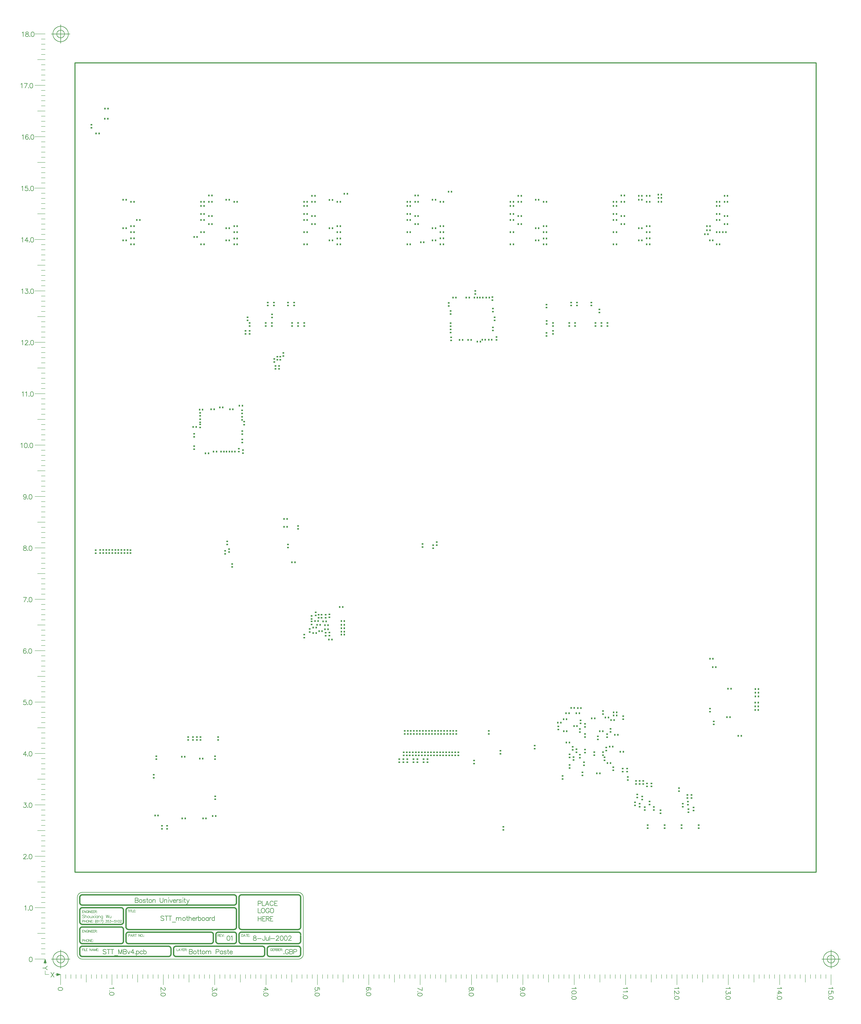
<source format=gbp>
%FSLAX24Y24*%
%MOIN*%
G70*
G01*
G75*
%ADD10C,0.0080*%
%ADD11C,0.0600*%
%ADD12R,0.1063X0.0236*%
%ADD13C,0.0270*%
%ADD14R,0.0157X0.0591*%
%ADD15R,0.0240X0.0800*%
%ADD16R,0.0118X0.0591*%
%ADD17R,0.0354X0.0315*%
%ADD18R,0.0315X0.0354*%
%ADD19R,0.0118X0.0591*%
%ADD20C,0.0280*%
%ADD21R,0.0591X0.0118*%
%ADD22R,0.0591X0.0118*%
%ADD23C,0.0280*%
%ADD24R,0.0787X0.0157*%
%ADD25R,0.0787X0.0157*%
%ADD26R,0.0800X0.0850*%
%ADD27R,0.0800X0.0240*%
%ADD28R,0.0512X0.0827*%
%ADD29R,0.0600X0.0600*%
%ADD30R,0.0600X0.0500*%
%ADD31R,0.2165X0.3150*%
%ADD32R,0.0157X0.0787*%
%ADD33R,0.0157X0.0787*%
%ADD34R,0.0236X0.0945*%
%ADD35R,0.0236X0.0945*%
%ADD36R,0.0236X0.1063*%
%ADD37R,0.1004X0.1063*%
%ADD38R,0.1063X0.1004*%
%ADD39R,0.0591X0.0157*%
%ADD40R,0.0591X0.0157*%
%ADD41R,0.0157X0.0591*%
%ADD42O,0.0800X0.0240*%
%ADD43O,0.0240X0.0800*%
%ADD44C,0.0394*%
%ADD45C,0.0157*%
%ADD46C,0.0060*%
%ADD47C,0.0120*%
%ADD48C,0.0240*%
%ADD49C,0.0100*%
%ADD50C,0.0200*%
%ADD51C,0.0500*%
%ADD52C,0.0150*%
%ADD53C,0.0090*%
%ADD54R,0.4500X0.2000*%
%ADD55R,0.4250X0.2000*%
%ADD56R,0.4250X0.2000*%
%ADD57R,0.4500X0.2000*%
%ADD58C,0.0250*%
%ADD59C,0.0050*%
%ADD60C,0.0200*%
%ADD61C,0.0500*%
%ADD62C,0.1250*%
%ADD63C,0.2165*%
%ADD64C,0.2165*%
%ADD65C,0.0750*%
%ADD66R,0.0750X0.0750*%
%ADD67C,0.2362*%
%ADD68R,0.0500X0.0500*%
%ADD69C,0.0240*%
%ADD70C,0.0230*%
%ADD71R,0.0689X0.1654*%
%ADD72R,0.0374X0.1713*%
%ADD73R,0.0394X0.1693*%
%ADD74R,0.0413X0.1732*%
%ADD75C,0.0079*%
%ADD76R,0.5000X0.2000*%
%ADD77R,0.7500X0.2000*%
%ADD78C,0.0240*%
%ADD79C,0.0240*%
D10*
X25154Y127108D02*
X27154D01*
X26404Y126108D02*
X27154D01*
X26404Y125108D02*
X27154D01*
X26404Y124108D02*
X27154D01*
X26404Y123108D02*
X27154D01*
X25654Y122108D02*
X27154D01*
X26404Y121108D02*
X27154D01*
X26404Y120108D02*
X27154D01*
X26404Y119108D02*
X27154D01*
X26404Y118108D02*
X27154D01*
X25154Y117108D02*
X27154D01*
X26404Y116108D02*
X27154D01*
X26404Y115108D02*
X27154D01*
X26404Y114108D02*
X27154D01*
X26404Y113108D02*
X27154D01*
X25654Y112108D02*
X27154D01*
X26404Y111108D02*
X27154D01*
X26404Y110108D02*
X27154D01*
X26404Y109108D02*
X27154D01*
X26404Y108108D02*
X27154D01*
X25154Y107108D02*
X27154D01*
X26404Y106108D02*
X27154D01*
X26404Y105108D02*
X27154D01*
X26404Y104108D02*
X27154D01*
X26404Y103108D02*
X27154D01*
X25654Y102108D02*
X27154D01*
X26404Y101108D02*
X27154D01*
X26404Y100108D02*
X27154D01*
X26404Y99108D02*
X27154D01*
X26404Y98108D02*
X27154D01*
X25154Y97108D02*
X27154D01*
X26404Y96108D02*
X27154D01*
X26404Y95108D02*
X27154D01*
X26404Y94108D02*
X27154D01*
X26404Y93108D02*
X27154D01*
X25654Y92108D02*
X27154D01*
X26404Y91108D02*
X27154D01*
X26404Y90108D02*
X27154D01*
X26404Y89108D02*
X27154D01*
X26404Y88108D02*
X27154D01*
X25154Y87108D02*
X27154D01*
X26404Y86108D02*
X27154D01*
X26404Y85108D02*
X27154D01*
X26404Y84108D02*
X27154D01*
X26404Y83108D02*
X27154D01*
X25654Y82108D02*
X27154D01*
X26404Y81108D02*
X27154D01*
X26404Y80108D02*
X27154D01*
X26404Y79108D02*
X27154D01*
X26404Y78108D02*
X27154D01*
X25154Y77108D02*
X27154D01*
X26404Y76108D02*
X27154D01*
X26404Y75108D02*
X27154D01*
X26404Y74108D02*
X27154D01*
X26404Y73108D02*
X27154D01*
X25654Y72108D02*
X27154D01*
X26404Y71108D02*
X27154D01*
X26404Y70108D02*
X27154D01*
X26404Y69108D02*
X27154D01*
X26404Y68108D02*
X27154D01*
X25154Y67108D02*
X27154D01*
X26404Y66108D02*
X27154D01*
X26404Y65108D02*
X27154D01*
X26404Y64108D02*
X27154D01*
X26404Y63108D02*
X27154D01*
X25654Y62108D02*
X27154D01*
X26404Y61108D02*
X27154D01*
X26404Y60108D02*
X27154D01*
X26404Y59108D02*
X27154D01*
X26404Y58108D02*
X27154D01*
X25154Y57108D02*
X27154D01*
X26404Y56108D02*
X27154D01*
X26404Y55108D02*
X27154D01*
X26404Y54108D02*
X27154D01*
X26404Y53108D02*
X27154D01*
X25654Y52108D02*
X27154D01*
X26404Y51108D02*
X27154D01*
X26404Y50108D02*
X27154D01*
X26404Y49108D02*
X27154D01*
X26404Y48108D02*
X27154D01*
X25154Y47108D02*
X27154D01*
X26404Y46108D02*
X27154D01*
X26404Y45108D02*
X27154D01*
X26404Y44108D02*
X27154D01*
X26404Y43108D02*
X27154D01*
X25654Y42108D02*
X27154D01*
X26404Y41108D02*
X27154D01*
X26404Y40108D02*
X27154D01*
X26404Y39108D02*
X27154D01*
X26404Y38108D02*
X27154D01*
X25154Y37108D02*
X27154D01*
X26404Y36108D02*
X27154D01*
X26404Y35108D02*
X27154D01*
X26404Y34108D02*
X27154D01*
X26404Y33108D02*
X27154D01*
X25654Y32108D02*
X27154D01*
X26404Y31108D02*
X27154D01*
X26404Y30108D02*
X27154D01*
X26404Y29108D02*
X27154D01*
X26404Y28108D02*
X27154D01*
X25154Y27108D02*
X27154D01*
X26404Y26108D02*
X27154D01*
X26404Y25108D02*
X27154D01*
X26404Y24108D02*
X27154D01*
X26404Y23108D02*
X27154D01*
X25654Y22108D02*
X27154D01*
X26404Y21108D02*
X27154D01*
X26404Y20108D02*
X27154D01*
X26404Y19108D02*
X27154D01*
X26404Y18108D02*
X27154D01*
X25154Y17108D02*
X27154D01*
X29154Y14108D02*
X29404D01*
X27109Y16508D02*
X27199D01*
X26959Y16403D02*
X27349D01*
X27059Y16473D02*
X27249D01*
X27009Y16438D02*
X27299D01*
X26904Y16358D02*
X27404D01*
X27154Y14108D02*
X27904D01*
X180154Y12108D02*
Y14108D01*
X179154Y13358D02*
Y14108D01*
X178154Y13358D02*
Y14108D01*
X177154Y13358D02*
Y14108D01*
X176154Y13358D02*
Y14108D01*
X175154Y12608D02*
Y14108D01*
X174154Y13358D02*
Y14108D01*
X173154Y13358D02*
Y14108D01*
X172154Y13358D02*
Y14108D01*
X171154Y13358D02*
Y14108D01*
X170154Y12108D02*
Y14108D01*
X169154Y13358D02*
Y14108D01*
X168154Y13358D02*
Y14108D01*
X167154Y13358D02*
Y14108D01*
X166154Y13358D02*
Y14108D01*
X165154Y12608D02*
Y14108D01*
X164154Y13358D02*
Y14108D01*
X163154Y13358D02*
Y14108D01*
X162154Y13358D02*
Y14108D01*
X161154Y13358D02*
Y14108D01*
X160154Y12108D02*
Y14108D01*
X159154Y13358D02*
Y14108D01*
X158154Y13358D02*
Y14108D01*
X157154Y13358D02*
Y14108D01*
X156154Y13358D02*
Y14108D01*
X155154Y12608D02*
Y14108D01*
X154154Y13358D02*
Y14108D01*
X153154Y13358D02*
Y14108D01*
X152154Y13358D02*
Y14108D01*
X151154Y13358D02*
Y14108D01*
X150154Y12108D02*
Y14108D01*
X149154Y13358D02*
Y14108D01*
X148154Y13358D02*
Y14108D01*
X147154Y13358D02*
Y14108D01*
X146154Y13358D02*
Y14108D01*
X145154Y12608D02*
Y14108D01*
X144154Y13358D02*
Y14108D01*
X143154Y13358D02*
Y14108D01*
X142154Y13358D02*
Y14108D01*
X141154Y13358D02*
Y14108D01*
X140154Y12108D02*
Y14108D01*
X139154Y13358D02*
Y14108D01*
X138154Y13358D02*
Y14108D01*
X137154Y13358D02*
Y14108D01*
X136154Y13358D02*
Y14108D01*
X135154Y12608D02*
Y14108D01*
X134154Y13358D02*
Y14108D01*
X133154Y13358D02*
Y14108D01*
X132154Y13358D02*
Y14108D01*
X131154Y13358D02*
Y14108D01*
X130154Y12108D02*
Y14108D01*
X129154Y13358D02*
Y14108D01*
X128154Y13358D02*
Y14108D01*
X127154Y13358D02*
Y14108D01*
X126154Y13358D02*
Y14108D01*
X125154Y12608D02*
Y14108D01*
X124154Y13358D02*
Y14108D01*
X123154Y13358D02*
Y14108D01*
X122154Y13358D02*
Y14108D01*
X121154Y13358D02*
Y14108D01*
X120154Y12108D02*
Y14108D01*
X119154Y13358D02*
Y14108D01*
X118154Y13358D02*
Y14108D01*
X117154Y13358D02*
Y14108D01*
X116154Y13358D02*
Y14108D01*
X115154Y12608D02*
Y14108D01*
X114154Y13358D02*
Y14108D01*
X113154Y13358D02*
Y14108D01*
X112154Y13358D02*
Y14108D01*
X111154Y13358D02*
Y14108D01*
X110154Y12108D02*
Y14108D01*
X109154Y13358D02*
Y14108D01*
X108154Y13358D02*
Y14108D01*
X107154Y13358D02*
Y14108D01*
X106154Y13358D02*
Y14108D01*
X105154Y12608D02*
Y14108D01*
X104154Y13358D02*
Y14108D01*
X103154Y13358D02*
Y14108D01*
X102154Y13358D02*
Y14108D01*
X101154Y13358D02*
Y14108D01*
X100154Y12108D02*
Y14108D01*
X99154Y13358D02*
Y14108D01*
X98154Y13358D02*
Y14108D01*
X97154Y13358D02*
Y14108D01*
X96154Y13358D02*
Y14108D01*
X95154Y12608D02*
Y14108D01*
X94154Y13358D02*
Y14108D01*
X93154Y13358D02*
Y14108D01*
X92154Y13358D02*
Y14108D01*
X91154Y13358D02*
Y14108D01*
X90154Y12108D02*
Y14108D01*
X89154Y13358D02*
Y14108D01*
X88154Y13358D02*
Y14108D01*
X87154Y13358D02*
Y14108D01*
X86154Y13358D02*
Y14108D01*
X85154Y12608D02*
Y14108D01*
X84154Y13358D02*
Y14108D01*
X83154Y13358D02*
Y14108D01*
X82154Y13358D02*
Y14108D01*
X81154Y13358D02*
Y14108D01*
X80154Y12108D02*
Y14108D01*
X79154Y13358D02*
Y14108D01*
X78154Y13358D02*
Y14108D01*
X77154Y13358D02*
Y14108D01*
X76154Y13358D02*
Y14108D01*
X75154Y12608D02*
Y14108D01*
X74154Y13358D02*
Y14108D01*
X73154Y13358D02*
Y14108D01*
X72154Y13358D02*
Y14108D01*
X71154Y13358D02*
Y14108D01*
X70154Y12108D02*
Y14108D01*
X69154Y13358D02*
Y14108D01*
X68154Y13358D02*
Y14108D01*
X67154Y13358D02*
Y14108D01*
X66154Y13358D02*
Y14108D01*
X65154Y12608D02*
Y14108D01*
X64154Y13358D02*
Y14108D01*
X63154Y13358D02*
Y14108D01*
X62154Y13358D02*
Y14108D01*
X61154Y13358D02*
Y14108D01*
X60154Y12108D02*
Y14108D01*
X59154Y13358D02*
Y14108D01*
X58154Y13358D02*
Y14108D01*
X57154Y13358D02*
Y14108D01*
X56154Y13358D02*
Y14108D01*
X55154Y12608D02*
Y14108D01*
X54154Y13358D02*
Y14108D01*
X53154Y13358D02*
Y14108D01*
X52154Y13358D02*
Y14108D01*
X51154Y13358D02*
Y14108D01*
X50154Y12108D02*
Y14108D01*
X49154Y13358D02*
Y14108D01*
X48154Y13358D02*
Y14108D01*
X47154Y13358D02*
Y14108D01*
X46154Y13358D02*
Y14108D01*
X45154Y12608D02*
Y14108D01*
X44154Y13358D02*
Y14108D01*
X43154Y13358D02*
Y14108D01*
X42154Y13358D02*
Y14108D01*
X41154Y13358D02*
Y14108D01*
X40154Y12108D02*
Y14108D01*
X39154Y13358D02*
Y14108D01*
X38154Y13358D02*
Y14108D01*
X37154Y13358D02*
Y14108D01*
X36154Y13358D02*
Y14108D01*
X35154Y12608D02*
Y14108D01*
X34154Y13358D02*
Y14108D01*
X33154Y13358D02*
Y14108D01*
X32154Y13358D02*
Y14108D01*
X31154Y13358D02*
Y14108D01*
X30154Y12108D02*
Y14108D01*
X29554Y14063D02*
Y14153D01*
X29449Y13913D02*
Y14303D01*
X29519Y14013D02*
Y14203D01*
X27154Y16108D02*
Y16358D01*
X29484Y13963D02*
Y14253D01*
X29404Y13858D02*
Y14358D01*
X27154Y14108D02*
Y14858D01*
X29554Y14063D02*
X29684Y14108D01*
X29554Y14153D02*
X29684Y14108D01*
X29449Y13913D02*
X30029Y14108D01*
X29449Y14303D02*
X30029Y14108D01*
X29519Y14013D02*
X29799Y14108D01*
X29519Y14203D02*
X29799Y14108D01*
X27154Y16638D02*
X27199Y16508D01*
X27109D02*
X27154Y16638D01*
Y16983D02*
X27349Y16403D01*
X26959D02*
X27154Y16983D01*
Y16753D02*
X27249Y16473D01*
X27059D02*
X27154Y16753D01*
Y16868D02*
X27299Y16438D01*
X27009D02*
X27154Y16868D01*
X26904Y16358D02*
X27154Y17108D01*
X27404Y16358D01*
X29484Y13963D02*
X29914Y14108D01*
X29484Y14253D02*
X29914Y14108D01*
X29404Y14358D02*
X30154Y14108D01*
X29404Y13858D02*
X30154Y14108D01*
X25154Y197108D02*
X27154D01*
X26404Y196108D02*
X27154D01*
X26404Y195108D02*
X27154D01*
X26404Y194108D02*
X27154D01*
X26404Y193108D02*
X27154D01*
X25654Y192108D02*
X27154D01*
X26404Y191108D02*
X27154D01*
X26404Y190108D02*
X27154D01*
X26404Y189108D02*
X27154D01*
X26404Y188108D02*
X27154D01*
X25154Y187108D02*
X27154D01*
X26404Y186108D02*
X27154D01*
X26404Y185108D02*
X27154D01*
X26404Y184108D02*
X27154D01*
X26404Y183108D02*
X27154D01*
X25654Y182108D02*
X27154D01*
X26404Y181108D02*
X27154D01*
X26404Y180108D02*
X27154D01*
X26404Y179108D02*
X27154D01*
X26404Y178108D02*
X27154D01*
X25154Y177108D02*
X27154D01*
X26404Y176108D02*
X27154D01*
X26404Y175108D02*
X27154D01*
X26404Y174108D02*
X27154D01*
X26404Y173108D02*
X27154D01*
X25654Y172108D02*
X27154D01*
X26404Y171108D02*
X27154D01*
X26404Y170108D02*
X27154D01*
X26404Y169108D02*
X27154D01*
X26404Y168108D02*
X27154D01*
X25154Y167108D02*
X27154D01*
X26404Y166108D02*
X27154D01*
X26404Y165108D02*
X27154D01*
X26404Y164108D02*
X27154D01*
X26404Y163108D02*
X27154D01*
X25654Y162108D02*
X27154D01*
X26404Y161108D02*
X27154D01*
X26404Y160108D02*
X27154D01*
X26404Y159108D02*
X27154D01*
X26404Y158108D02*
X27154D01*
X25154Y157108D02*
X27154D01*
X26404Y156108D02*
X27154D01*
X26404Y155108D02*
X27154D01*
X26404Y154108D02*
X27154D01*
X26404Y153108D02*
X27154D01*
X25654Y152108D02*
X27154D01*
X26404Y151108D02*
X27154D01*
X26404Y150108D02*
X27154D01*
X26404Y149108D02*
X27154D01*
X26404Y148108D02*
X27154D01*
X25154Y147108D02*
X27154D01*
X26404Y146108D02*
X27154D01*
X26404Y145108D02*
X27154D01*
X26404Y144108D02*
X27154D01*
X26404Y143108D02*
X27154D01*
X25654Y142108D02*
X27154D01*
X26404Y141108D02*
X27154D01*
X26404Y140108D02*
X27154D01*
X26404Y139108D02*
X27154D01*
X26404Y138108D02*
X27154D01*
X25154Y137108D02*
X27154D01*
X26404Y136108D02*
X27154D01*
X26404Y135108D02*
X27154D01*
X26404Y134108D02*
X27154D01*
X26404Y133108D02*
X27154D01*
X25654Y132108D02*
X27154D01*
X26404Y131108D02*
X27154D01*
X26404Y130108D02*
X27154D01*
X26404Y129108D02*
X27154D01*
X26404Y128108D02*
X27154D01*
X25154Y127108D02*
X27154D01*
X34803Y25622D02*
X34746Y25679D01*
X34661Y25708D01*
X34546D01*
X34461Y25679D01*
X34404Y25622D01*
Y25565D01*
X34432Y25508D01*
X34461Y25479D01*
X34518Y25451D01*
X34689Y25394D01*
X34746Y25365D01*
X34775Y25337D01*
X34803Y25280D01*
Y25194D01*
X34746Y25137D01*
X34661Y25108D01*
X34546D01*
X34461Y25137D01*
X34404Y25194D01*
X34938Y25708D02*
Y25108D01*
Y25394D02*
X35023Y25479D01*
X35081Y25508D01*
X35166D01*
X35223Y25479D01*
X35252Y25394D01*
Y25108D01*
X35552Y25508D02*
X35495Y25479D01*
X35438Y25422D01*
X35409Y25337D01*
Y25280D01*
X35438Y25194D01*
X35495Y25137D01*
X35552Y25108D01*
X35638D01*
X35695Y25137D01*
X35752Y25194D01*
X35780Y25280D01*
Y25337D01*
X35752Y25422D01*
X35695Y25479D01*
X35638Y25508D01*
X35552D01*
X35912D02*
Y25222D01*
X35940Y25137D01*
X35997Y25108D01*
X36083D01*
X36140Y25137D01*
X36226Y25222D01*
Y25508D02*
Y25108D01*
X36383Y25508D02*
X36697Y25108D01*
Y25508D02*
X36383Y25108D01*
X36880Y25708D02*
X36909Y25679D01*
X36937Y25708D01*
X36909Y25737D01*
X36880Y25708D01*
X36909Y25508D02*
Y25108D01*
X37386Y25508D02*
Y25108D01*
Y25422D02*
X37329Y25479D01*
X37271Y25508D01*
X37186D01*
X37129Y25479D01*
X37072Y25422D01*
X37043Y25337D01*
Y25280D01*
X37072Y25194D01*
X37129Y25137D01*
X37186Y25108D01*
X37271D01*
X37329Y25137D01*
X37386Y25194D01*
X37546Y25508D02*
Y25108D01*
Y25394D02*
X37631Y25479D01*
X37689Y25508D01*
X37774D01*
X37831Y25479D01*
X37860Y25394D01*
Y25108D01*
X38360Y25508D02*
Y25051D01*
X38331Y24965D01*
X38303Y24937D01*
X38246Y24908D01*
X38160D01*
X38103Y24937D01*
X38360Y25422D02*
X38303Y25479D01*
X38246Y25508D01*
X38160D01*
X38103Y25479D01*
X38046Y25422D01*
X38017Y25337D01*
Y25280D01*
X38046Y25194D01*
X38103Y25137D01*
X38160Y25108D01*
X38246D01*
X38303Y25137D01*
X38360Y25194D01*
X38991Y25708D02*
X39134Y25108D01*
X39277Y25708D02*
X39134Y25108D01*
X39277Y25708D02*
X39420Y25108D01*
X39562Y25708D02*
X39420Y25108D01*
X39682Y25508D02*
Y25222D01*
X39711Y25137D01*
X39768Y25108D01*
X39854D01*
X39911Y25137D01*
X39997Y25222D01*
Y25508D02*
Y25108D01*
D17*
X60823Y59734D02*
D03*
Y60325D02*
D03*
X54996Y59734D02*
D03*
Y60325D02*
D03*
X57398Y59734D02*
D03*
Y60325D02*
D03*
X55941Y59734D02*
D03*
Y60325D02*
D03*
X96098Y55994D02*
D03*
Y55403D02*
D03*
X70488Y144262D02*
D03*
Y144852D02*
D03*
X129189Y140876D02*
D03*
Y140285D02*
D03*
X81768Y83514D02*
D03*
Y84104D02*
D03*
X80980Y83514D02*
D03*
Y84104D02*
D03*
X80390Y83514D02*
D03*
Y84104D02*
D03*
X79031Y82805D02*
D03*
Y82214D02*
D03*
Y83277D02*
D03*
Y83868D02*
D03*
X62972Y96296D02*
D03*
Y96887D02*
D03*
X62196Y95937D02*
D03*
Y96527D02*
D03*
X62604Y97788D02*
D03*
Y98379D02*
D03*
X124754Y138928D02*
D03*
Y138337D02*
D03*
X66177Y138750D02*
D03*
Y139340D02*
D03*
X107594Y57332D02*
D03*
Y56742D02*
D03*
X107201Y61506D02*
D03*
Y60915D02*
D03*
X107004Y57332D02*
D03*
Y56742D02*
D03*
X106610Y61506D02*
D03*
Y60915D02*
D03*
X106020D02*
D03*
Y61506D02*
D03*
X105823Y56742D02*
D03*
Y57332D02*
D03*
X105429Y60915D02*
D03*
Y61506D02*
D03*
X105232Y56742D02*
D03*
Y57332D02*
D03*
X104839Y60914D02*
D03*
Y61505D02*
D03*
X104642Y56742D02*
D03*
Y57332D02*
D03*
X104248Y60915D02*
D03*
Y61506D02*
D03*
X104051Y56742D02*
D03*
Y57332D02*
D03*
X106413D02*
D03*
Y56742D02*
D03*
X103657Y61506D02*
D03*
Y60915D02*
D03*
X103460Y57332D02*
D03*
Y56742D02*
D03*
X103067Y61505D02*
D03*
Y60914D02*
D03*
X102870Y57332D02*
D03*
Y56742D02*
D03*
X102476Y61506D02*
D03*
Y60915D02*
D03*
X102279Y57332D02*
D03*
Y56742D02*
D03*
X101886Y61506D02*
D03*
Y60915D02*
D03*
X101689Y57332D02*
D03*
Y56742D02*
D03*
X101285Y61502D02*
D03*
Y60912D02*
D03*
X101098Y57332D02*
D03*
Y56742D02*
D03*
X100705Y61506D02*
D03*
Y60915D02*
D03*
X100508Y57332D02*
D03*
Y56742D02*
D03*
X100114Y61506D02*
D03*
Y60915D02*
D03*
X99917Y57332D02*
D03*
Y56742D02*
D03*
X99523Y61506D02*
D03*
Y60915D02*
D03*
X99327Y57332D02*
D03*
Y56742D02*
D03*
X98933Y61506D02*
D03*
Y60915D02*
D03*
X98736Y57332D02*
D03*
Y56742D02*
D03*
X98342Y61506D02*
D03*
Y60915D02*
D03*
X98146Y57332D02*
D03*
Y56742D02*
D03*
X97752Y61506D02*
D03*
Y60915D02*
D03*
X97555Y57332D02*
D03*
Y56742D02*
D03*
X97161Y61506D02*
D03*
Y60915D02*
D03*
X96964Y57332D02*
D03*
Y56742D02*
D03*
X102691Y97038D02*
D03*
Y97629D02*
D03*
X103391Y97637D02*
D03*
Y98228D02*
D03*
X100641Y97878D02*
D03*
Y97287D02*
D03*
X82516Y80050D02*
D03*
Y80640D02*
D03*
X77591Y79642D02*
D03*
Y80232D02*
D03*
X78657Y80758D02*
D03*
Y81348D02*
D03*
X81768Y80601D02*
D03*
Y80010D02*
D03*
X136054Y55787D02*
D03*
Y56378D02*
D03*
X134054Y56788D02*
D03*
Y57379D02*
D03*
X127904Y52137D02*
D03*
Y52728D02*
D03*
X132254Y60312D02*
D03*
Y60903D02*
D03*
X129254Y56928D02*
D03*
Y56337D02*
D03*
Y54287D02*
D03*
Y54878D02*
D03*
X139704Y64378D02*
D03*
Y63787D02*
D03*
X131254Y61879D02*
D03*
Y61288D02*
D03*
X132083Y55403D02*
D03*
Y54813D02*
D03*
X137754Y54428D02*
D03*
Y53837D02*
D03*
X131754Y53429D02*
D03*
Y52838D02*
D03*
X136571Y60285D02*
D03*
Y60876D02*
D03*
X130604Y57337D02*
D03*
Y57928D02*
D03*
X131254Y56288D02*
D03*
Y56879D02*
D03*
X134754Y59837D02*
D03*
Y60428D02*
D03*
X127054Y62378D02*
D03*
Y61787D02*
D03*
X132254Y57879D02*
D03*
Y57288D02*
D03*
X130035Y56420D02*
D03*
Y55829D02*
D03*
X135754Y65378D02*
D03*
Y64787D02*
D03*
X132254Y62879D02*
D03*
Y62288D02*
D03*
X137240Y61899D02*
D03*
Y61309D02*
D03*
X135754Y57379D02*
D03*
Y56788D02*
D03*
X116354Y42829D02*
D03*
Y42238D02*
D03*
X144454Y42588D02*
D03*
Y43179D02*
D03*
X72713Y132525D02*
D03*
Y131935D02*
D03*
X72949Y133707D02*
D03*
Y134297D02*
D03*
X73539Y135045D02*
D03*
Y134455D02*
D03*
X72358Y133707D02*
D03*
Y134297D02*
D03*
X71768Y133273D02*
D03*
Y133864D02*
D03*
X72004Y132525D02*
D03*
Y131935D02*
D03*
X135075Y142923D02*
D03*
Y143514D02*
D03*
X126020Y140876D02*
D03*
Y140285D02*
D03*
Y139340D02*
D03*
Y138750D02*
D03*
X133500Y144262D02*
D03*
Y144852D02*
D03*
X129563Y144262D02*
D03*
Y144852D02*
D03*
X130350Y140285D02*
D03*
Y140876D02*
D03*
X130705Y144262D02*
D03*
Y144852D02*
D03*
X134287Y140285D02*
D03*
Y140876D02*
D03*
X135469D02*
D03*
Y140285D02*
D03*
X136650Y140281D02*
D03*
Y140872D02*
D03*
X50902Y42451D02*
D03*
Y43041D02*
D03*
X48303Y52372D02*
D03*
Y52962D02*
D03*
X60232Y56584D02*
D03*
Y55994D02*
D03*
X48815Y56584D02*
D03*
Y55994D02*
D03*
X151054Y43179D02*
D03*
Y42588D02*
D03*
X154404D02*
D03*
Y43179D02*
D03*
X147754D02*
D03*
Y42588D02*
D03*
X66965Y140285D02*
D03*
Y140876D02*
D03*
Y138750D02*
D03*
Y139340D02*
D03*
X74445Y144852D02*
D03*
Y144262D02*
D03*
X70114Y140876D02*
D03*
Y140285D02*
D03*
X71295Y140876D02*
D03*
Y140285D02*
D03*
X71689Y144852D02*
D03*
Y144262D02*
D03*
X75232Y140876D02*
D03*
Y140285D02*
D03*
X75626Y144852D02*
D03*
Y144262D02*
D03*
X76413Y140876D02*
D03*
Y140285D02*
D03*
X77594D02*
D03*
Y140876D02*
D03*
X106098Y143194D02*
D03*
Y142604D02*
D03*
X56177Y118710D02*
D03*
Y119301D02*
D03*
X57319Y121147D02*
D03*
Y120557D02*
D03*
X65508Y122013D02*
D03*
Y122604D02*
D03*
Y123864D02*
D03*
Y123273D02*
D03*
X106099Y140832D02*
D03*
Y140242D02*
D03*
X114326Y143077D02*
D03*
Y143667D02*
D03*
X106217Y137486D02*
D03*
Y138076D02*
D03*
X105744Y144179D02*
D03*
Y144769D02*
D03*
X114326Y140006D02*
D03*
Y139415D02*
D03*
X57319Y122801D02*
D03*
Y123391D02*
D03*
X65901Y121069D02*
D03*
Y121659D02*
D03*
X114681Y141383D02*
D03*
Y141974D02*
D03*
X115035Y137565D02*
D03*
Y138155D02*
D03*
X57319Y122132D02*
D03*
Y121541D02*
D03*
X110901Y146502D02*
D03*
Y147093D02*
D03*
X65665Y115557D02*
D03*
Y116147D02*
D03*
X56177Y116899D02*
D03*
Y116309D02*
D03*
X65547Y119257D02*
D03*
Y119848D02*
D03*
Y118195D02*
D03*
Y117604D02*
D03*
X114248Y145911D02*
D03*
Y145321D02*
D03*
X106098Y139612D02*
D03*
Y139021D02*
D03*
X64878Y115832D02*
D03*
Y116423D02*
D03*
X136404Y57687D02*
D03*
Y58278D02*
D03*
X129854Y58403D02*
D03*
Y57812D02*
D03*
X139607Y54169D02*
D03*
Y53578D02*
D03*
X153004Y48438D02*
D03*
Y49029D02*
D03*
X152204D02*
D03*
Y48438D02*
D03*
X153400Y46001D02*
D03*
Y46592D02*
D03*
X152404Y46279D02*
D03*
Y45688D02*
D03*
X152304Y47728D02*
D03*
Y47137D02*
D03*
X150554Y50379D02*
D03*
Y49788D02*
D03*
X151304Y46738D02*
D03*
Y47329D02*
D03*
X145190Y51287D02*
D03*
Y50697D02*
D03*
X146954Y45488D02*
D03*
Y46079D02*
D03*
X144346Y51287D02*
D03*
Y50697D02*
D03*
X142904Y51188D02*
D03*
Y51779D02*
D03*
X145659Y46705D02*
D03*
Y46114D02*
D03*
X143904Y46099D02*
D03*
Y46690D02*
D03*
X143404Y48137D02*
D03*
Y48728D02*
D03*
X142904Y46738D02*
D03*
Y47329D02*
D03*
X141994Y47604D02*
D03*
Y47014D02*
D03*
X143604Y51188D02*
D03*
Y51779D02*
D03*
X142204D02*
D03*
Y51188D02*
D03*
X144850Y47175D02*
D03*
Y47766D02*
D03*
X140454Y54179D02*
D03*
Y53588D02*
D03*
X140604Y51938D02*
D03*
Y52529D02*
D03*
X142447Y48555D02*
D03*
Y49145D02*
D03*
X157319Y63356D02*
D03*
Y62765D02*
D03*
X156610Y65246D02*
D03*
Y65836D02*
D03*
X76413Y100797D02*
D03*
Y101388D02*
D03*
X82516Y83592D02*
D03*
Y84183D02*
D03*
X79839Y84577D02*
D03*
Y83987D02*
D03*
X36154Y179428D02*
D03*
Y178837D02*
D03*
X110654Y55138D02*
D03*
Y55729D02*
D03*
X115804Y57037D02*
D03*
Y57628D02*
D03*
X101610Y55994D02*
D03*
Y55403D02*
D03*
X100823Y55994D02*
D03*
Y55403D02*
D03*
X99642Y55994D02*
D03*
Y55403D02*
D03*
X98854Y55994D02*
D03*
Y55403D02*
D03*
X43756Y96686D02*
D03*
Y96096D02*
D03*
X43185Y96112D02*
D03*
Y96703D02*
D03*
X42594D02*
D03*
Y96112D02*
D03*
X42004D02*
D03*
Y96703D02*
D03*
X41413D02*
D03*
Y96112D02*
D03*
X40823D02*
D03*
Y96703D02*
D03*
X40232D02*
D03*
Y96112D02*
D03*
X39642D02*
D03*
Y96703D02*
D03*
X97673Y55994D02*
D03*
Y55403D02*
D03*
X96886Y55994D02*
D03*
Y55403D02*
D03*
X39051Y96703D02*
D03*
Y96112D02*
D03*
X38461D02*
D03*
Y96703D02*
D03*
X37870D02*
D03*
Y96112D02*
D03*
X37004Y96073D02*
D03*
Y96663D02*
D03*
X131404Y62962D02*
D03*
Y63553D02*
D03*
X113539Y61506D02*
D03*
Y60915D02*
D03*
X71335Y141936D02*
D03*
Y142527D02*
D03*
X60272Y48789D02*
D03*
Y48199D02*
D03*
X49917Y42451D02*
D03*
Y43041D02*
D03*
X56689Y59734D02*
D03*
Y60325D02*
D03*
X74445Y97175D02*
D03*
Y97766D02*
D03*
X124759Y144458D02*
D03*
Y143868D02*
D03*
X63579Y93986D02*
D03*
Y93395D02*
D03*
X122476Y58041D02*
D03*
Y58632D02*
D03*
X66571Y141978D02*
D03*
Y141388D02*
D03*
X124799Y141269D02*
D03*
Y140679D02*
D03*
D18*
X80488Y80896D02*
D03*
X81079D02*
D03*
X39389Y182577D02*
D03*
X38798D02*
D03*
X60370Y44951D02*
D03*
X59780D02*
D03*
X157142Y156954D02*
D03*
X156551D02*
D03*
X83087Y164793D02*
D03*
X82496D02*
D03*
X124189Y157313D02*
D03*
X124780D02*
D03*
X59031Y165659D02*
D03*
X59622D02*
D03*
X64543Y157313D02*
D03*
X63953D02*
D03*
X84622D02*
D03*
X84031D02*
D03*
X139937Y165659D02*
D03*
X139346D02*
D03*
X99189D02*
D03*
X99780D02*
D03*
X79346Y81624D02*
D03*
X79937D02*
D03*
X82220Y81290D02*
D03*
X81630D02*
D03*
Y82077D02*
D03*
X82220D02*
D03*
X73677Y102746D02*
D03*
X74268D02*
D03*
X137923Y63608D02*
D03*
X137333D02*
D03*
X136233Y64108D02*
D03*
X136823D02*
D03*
X147142Y165222D02*
D03*
X146551D02*
D03*
X142733Y165608D02*
D03*
X143323D02*
D03*
X144873D02*
D03*
X144283D02*
D03*
X146551Y164435D02*
D03*
X147142D02*
D03*
X75213Y94321D02*
D03*
X75803D02*
D03*
X157133Y73908D02*
D03*
X157723D02*
D03*
X165409Y66289D02*
D03*
X166000D02*
D03*
X166039Y68927D02*
D03*
X165449D02*
D03*
Y69636D02*
D03*
X166039D02*
D03*
X166000Y65581D02*
D03*
X165409D02*
D03*
X165449Y68218D02*
D03*
X166039D02*
D03*
X156591Y75541D02*
D03*
X157181D02*
D03*
X81866Y82825D02*
D03*
X81276D02*
D03*
X80094Y82156D02*
D03*
X80685D02*
D03*
X137834Y64508D02*
D03*
X138424D02*
D03*
X135723Y61458D02*
D03*
X135133D02*
D03*
X128087Y63770D02*
D03*
X128677D02*
D03*
X128584Y64958D02*
D03*
X129174D02*
D03*
X137084Y58458D02*
D03*
X137674D02*
D03*
X137833Y65108D02*
D03*
X138423D02*
D03*
X135173Y53258D02*
D03*
X134583D02*
D03*
X131173Y64958D02*
D03*
X130583D02*
D03*
X133583Y63958D02*
D03*
X134173D02*
D03*
X139133Y57458D02*
D03*
X139723D02*
D03*
X138673Y60758D02*
D03*
X138083D02*
D03*
X130713Y62443D02*
D03*
X130122D02*
D03*
X128126Y61447D02*
D03*
X128716D02*
D03*
X136633Y55258D02*
D03*
X137223D02*
D03*
X129223Y59258D02*
D03*
X128633D02*
D03*
X56157Y157624D02*
D03*
X56748D02*
D03*
X100291Y156561D02*
D03*
X100882D02*
D03*
X97654Y158529D02*
D03*
X98244D02*
D03*
X84031Y164435D02*
D03*
X84622D02*
D03*
X97654Y156167D02*
D03*
X98244D02*
D03*
X84031Y159710D02*
D03*
X84622D02*
D03*
Y158529D02*
D03*
X84031D02*
D03*
X84622Y156167D02*
D03*
X84031D02*
D03*
X98244Y160892D02*
D03*
X97654D02*
D03*
Y162073D02*
D03*
X98244D02*
D03*
Y163647D02*
D03*
X97654D02*
D03*
Y164435D02*
D03*
X98244D02*
D03*
X78165Y158529D02*
D03*
X77575D02*
D03*
Y156167D02*
D03*
X78165D02*
D03*
Y160892D02*
D03*
X77575D02*
D03*
Y162073D02*
D03*
X78165D02*
D03*
Y163647D02*
D03*
X77575D02*
D03*
Y164435D02*
D03*
X78165D02*
D03*
X43874D02*
D03*
X44465D02*
D03*
X42339Y164829D02*
D03*
X42929D02*
D03*
X43874Y159710D02*
D03*
X44465D02*
D03*
X42339Y159317D02*
D03*
X42929D02*
D03*
X43874Y158529D02*
D03*
X44465D02*
D03*
Y157348D02*
D03*
X43874D02*
D03*
X42929Y156955D02*
D03*
X42339D02*
D03*
X44465Y156167D02*
D03*
X43874D02*
D03*
X158480Y158529D02*
D03*
X157890D02*
D03*
X160016Y160104D02*
D03*
X159425D02*
D03*
X144268Y164435D02*
D03*
X144858D02*
D03*
X157890Y156167D02*
D03*
X158480D02*
D03*
X144268Y159710D02*
D03*
X144858D02*
D03*
Y158529D02*
D03*
X144268D02*
D03*
Y157348D02*
D03*
X144858D02*
D03*
Y156167D02*
D03*
X144268D02*
D03*
X158480Y160892D02*
D03*
X157890D02*
D03*
X160016Y161679D02*
D03*
X159425D02*
D03*
X158480Y162073D02*
D03*
X157890D02*
D03*
Y163647D02*
D03*
X158480D02*
D03*
Y164435D02*
D03*
X157890D02*
D03*
X160016D02*
D03*
X159425D02*
D03*
Y165616D02*
D03*
X160016D02*
D03*
X117732Y158529D02*
D03*
X118323D02*
D03*
X104110Y164435D02*
D03*
X104701D02*
D03*
X117732Y156167D02*
D03*
X118323D02*
D03*
X104110Y159710D02*
D03*
X104701D02*
D03*
Y158529D02*
D03*
X104110D02*
D03*
Y157348D02*
D03*
X104701D02*
D03*
Y156167D02*
D03*
X104110D02*
D03*
X118323Y160892D02*
D03*
X117732D02*
D03*
Y162073D02*
D03*
X118323D02*
D03*
Y163647D02*
D03*
X117732D02*
D03*
Y164435D02*
D03*
X118323D02*
D03*
X138402Y158529D02*
D03*
X137811D02*
D03*
X124780Y164435D02*
D03*
X124189D02*
D03*
X138402Y156167D02*
D03*
X137811D02*
D03*
X124780Y159710D02*
D03*
X124189D02*
D03*
Y158529D02*
D03*
X124780D02*
D03*
X124189Y156167D02*
D03*
X124780D02*
D03*
X137811Y160892D02*
D03*
X138402D02*
D03*
Y162073D02*
D03*
X137811D02*
D03*
Y164435D02*
D03*
X138402D02*
D03*
X59622Y160104D02*
D03*
X59031D02*
D03*
X49150Y45029D02*
D03*
X48559D02*
D03*
X57890Y44478D02*
D03*
X58480D02*
D03*
X57260Y56092D02*
D03*
X57850D02*
D03*
X54346Y56486D02*
D03*
X53756D02*
D03*
X99189Y160104D02*
D03*
X99780D02*
D03*
X82496Y159317D02*
D03*
X83087D02*
D03*
Y156955D02*
D03*
X82496D02*
D03*
X79701Y160104D02*
D03*
X79110D02*
D03*
X63008Y159317D02*
D03*
X62417D02*
D03*
Y156955D02*
D03*
X63008D02*
D03*
X143323Y159317D02*
D03*
X142732D02*
D03*
Y156955D02*
D03*
X143323D02*
D03*
X119268Y160104D02*
D03*
X119858D02*
D03*
X102575Y159317D02*
D03*
X103165D02*
D03*
Y156955D02*
D03*
X102575D02*
D03*
X139937Y160104D02*
D03*
X139346D02*
D03*
X123244Y159317D02*
D03*
X122654D02*
D03*
Y156955D02*
D03*
X123244D02*
D03*
X99189Y161679D02*
D03*
X99780D02*
D03*
X63953Y164435D02*
D03*
X64543D02*
D03*
X62417Y164829D02*
D03*
X63008D02*
D03*
X63953Y159710D02*
D03*
X64543D02*
D03*
Y158529D02*
D03*
X63953D02*
D03*
X64543Y156167D02*
D03*
X63953D02*
D03*
X79110Y161679D02*
D03*
X79701D02*
D03*
Y164435D02*
D03*
X79110D02*
D03*
Y165616D02*
D03*
X79701D02*
D03*
X57496Y158529D02*
D03*
X58087D02*
D03*
Y156167D02*
D03*
X57496D02*
D03*
Y160892D02*
D03*
X58087D02*
D03*
X59031Y161679D02*
D03*
X59622D02*
D03*
X57496Y162073D02*
D03*
X58087D02*
D03*
Y163647D02*
D03*
X57496D02*
D03*
Y164435D02*
D03*
X58087D02*
D03*
X59031D02*
D03*
X59622D02*
D03*
X143323Y164829D02*
D03*
X142732D02*
D03*
X102575D02*
D03*
X103165D02*
D03*
X119268Y161679D02*
D03*
X119858D02*
D03*
Y164435D02*
D03*
X119268D02*
D03*
Y165616D02*
D03*
X119858D02*
D03*
X122654Y164829D02*
D03*
X123244D02*
D03*
X139346Y161679D02*
D03*
X139937D02*
D03*
Y164435D02*
D03*
X139346D02*
D03*
X138402Y163647D02*
D03*
X137811D02*
D03*
X99780Y164435D02*
D03*
X99189D02*
D03*
X159701Y158529D02*
D03*
X159110D02*
D03*
X156591Y158923D02*
D03*
X156000D02*
D03*
Y159710D02*
D03*
X156591D02*
D03*
X156197Y158135D02*
D03*
X155606D02*
D03*
X107850Y137584D02*
D03*
X108441D02*
D03*
X57220Y124002D02*
D03*
X57811D02*
D03*
X59937Y115852D02*
D03*
X60527D02*
D03*
X58362Y115498D02*
D03*
X58953D02*
D03*
X109740Y145813D02*
D03*
X109149D02*
D03*
X62457Y115852D02*
D03*
X63047D02*
D03*
X114110Y137624D02*
D03*
X113519D02*
D03*
X111315Y137230D02*
D03*
X111905D02*
D03*
X63520Y115852D02*
D03*
X64110D02*
D03*
X61984D02*
D03*
X61394D02*
D03*
X109504Y137584D02*
D03*
X110094D02*
D03*
X64976Y124789D02*
D03*
X65567D02*
D03*
X63126Y124080D02*
D03*
X63716D02*
D03*
X60055D02*
D03*
X59464D02*
D03*
X61748Y124435D02*
D03*
X61157D02*
D03*
X111315Y145813D02*
D03*
X110724D02*
D03*
X113638D02*
D03*
X113047D02*
D03*
X106551D02*
D03*
X107142D02*
D03*
X111787D02*
D03*
X112378D02*
D03*
X112850Y137624D02*
D03*
X112260D02*
D03*
X55984Y120658D02*
D03*
X56574D02*
D03*
X73677Y101210D02*
D03*
X74268D02*
D03*
X162693Y60541D02*
D03*
X162102D02*
D03*
X160685Y69714D02*
D03*
X160094D02*
D03*
X160488Y64163D02*
D03*
X159897D02*
D03*
X80291Y82865D02*
D03*
X79701D02*
D03*
X79346Y80541D02*
D03*
X79937D02*
D03*
X166000Y66998D02*
D03*
X165409D02*
D03*
X130883Y65958D02*
D03*
X131473D02*
D03*
X129583Y65974D02*
D03*
X130173D02*
D03*
X127574Y63108D02*
D03*
X126984D02*
D03*
X84819Y80817D02*
D03*
X85409D02*
D03*
Y80226D02*
D03*
X84819D02*
D03*
Y81486D02*
D03*
X85409D02*
D03*
X83008Y79281D02*
D03*
X82417D02*
D03*
X84820Y82155D02*
D03*
X85411D02*
D03*
X85409Y82864D02*
D03*
X84819D02*
D03*
X45606Y160896D02*
D03*
X45016D02*
D03*
X39373Y180608D02*
D03*
X38783D02*
D03*
X37674Y177758D02*
D03*
X37084D02*
D03*
X147141Y165856D02*
D03*
X146550D02*
D03*
X105685Y166407D02*
D03*
X106276D02*
D03*
X86000Y166014D02*
D03*
X85409D02*
D03*
X53835Y44478D02*
D03*
X54425D02*
D03*
X84504Y85620D02*
D03*
X85094D02*
D03*
D49*
X31654Y197108D02*
X31650Y197208D01*
X31640Y197308D01*
X31623Y197407D01*
X31600Y197504D01*
X31571Y197600D01*
X31535Y197694D01*
X31492Y197785D01*
X31444Y197873D01*
X31390Y197957D01*
X31331Y198038D01*
X31266Y198114D01*
X31196Y198186D01*
X31122Y198254D01*
X31043Y198316D01*
X30961Y198372D01*
X30874Y198424D01*
X30785Y198469D01*
X30693Y198508D01*
X30598Y198541D01*
X30501Y198567D01*
X30403Y198587D01*
X30304Y198601D01*
X30204Y198607D01*
X30103D01*
X30003Y198601D01*
X29904Y198587D01*
X29806Y198567D01*
X29709Y198541D01*
X29614Y198508D01*
X29522Y198469D01*
X29433Y198424D01*
X29346Y198372D01*
X29264Y198316D01*
X29185Y198254D01*
X29111Y198186D01*
X29041Y198114D01*
X28976Y198038D01*
X28917Y197957D01*
X28863Y197873D01*
X28815Y197785D01*
X28773Y197694D01*
X28737Y197600D01*
X28707Y197504D01*
X28684Y197407D01*
X28667Y197308D01*
X28657Y197208D01*
X28654Y197108D01*
X28657Y197008D01*
X28667Y196908D01*
X28684Y196809D01*
X28707Y196712D01*
X28737Y196616D01*
X28773Y196523D01*
X28815Y196432D01*
X28863Y196344D01*
X28917Y196259D01*
X28976Y196178D01*
X29041Y196102D01*
X29111Y196030D01*
X29185Y195963D01*
X29264Y195900D01*
X29346Y195844D01*
X29433Y195793D01*
X29522Y195747D01*
X29614Y195708D01*
X29709Y195675D01*
X29806Y195649D01*
X29904Y195629D01*
X30003Y195616D01*
X30103Y195609D01*
X30204D01*
X30304Y195616D01*
X30403Y195629D01*
X30501Y195649D01*
X30598Y195675D01*
X30693Y195708D01*
X30785Y195747D01*
X30874Y195793D01*
X30961Y195844D01*
X31043Y195900D01*
X31122Y195963D01*
X31196Y196030D01*
X31266Y196102D01*
X31331Y196178D01*
X31390Y196259D01*
X31444Y196344D01*
X31492Y196432D01*
X31535Y196523D01*
X31571Y196616D01*
X31600Y196712D01*
X31623Y196809D01*
X31640Y196908D01*
X31650Y197008D01*
X31654Y197108D01*
X30904Y197108D02*
X30897Y197208D01*
X30877Y197306D01*
X30844Y197401D01*
X30799Y197490D01*
X30742Y197573D01*
X30675Y197647D01*
X30598Y197712D01*
X30514Y197766D01*
X30423Y197808D01*
X30327Y197838D01*
X30229Y197854D01*
X30128Y197858D01*
X30029Y197848D01*
X29931Y197824D01*
X29838Y197788D01*
X29750Y197740D01*
X29669Y197681D01*
X29597Y197611D01*
X29535Y197533D01*
X29484Y197446D01*
X29445Y197354D01*
X29419Y197257D01*
X29405Y197158D01*
Y197058D01*
X29419Y196959D01*
X29445Y196862D01*
X29484Y196770D01*
X29535Y196684D01*
X29597Y196605D01*
X29669Y196535D01*
X29750Y196476D01*
X29838Y196428D01*
X29931Y196392D01*
X30029Y196369D01*
X30128Y196359D01*
X30229Y196362D01*
X30327Y196379D01*
X30423Y196408D01*
X30514Y196450D01*
X30598Y196504D01*
X30675Y196569D01*
X30742Y196643D01*
X30799Y196726D01*
X30844Y196815D01*
X30877Y196910D01*
X30897Y197008D01*
X30904Y197108D01*
X31654Y17108D02*
X31650Y17208D01*
X31640Y17308D01*
X31623Y17407D01*
X31600Y17504D01*
X31571Y17600D01*
X31535Y17694D01*
X31492Y17785D01*
X31444Y17873D01*
X31390Y17957D01*
X31331Y18038D01*
X31266Y18114D01*
X31196Y18186D01*
X31122Y18254D01*
X31043Y18316D01*
X30961Y18372D01*
X30874Y18424D01*
X30785Y18469D01*
X30693Y18508D01*
X30598Y18541D01*
X30501Y18567D01*
X30403Y18587D01*
X30304Y18601D01*
X30204Y18607D01*
X30103D01*
X30003Y18601D01*
X29904Y18587D01*
X29806Y18567D01*
X29709Y18541D01*
X29614Y18508D01*
X29522Y18469D01*
X29433Y18424D01*
X29346Y18372D01*
X29264Y18316D01*
X29185Y18254D01*
X29111Y18186D01*
X29041Y18114D01*
X28976Y18038D01*
X28917Y17957D01*
X28863Y17873D01*
X28815Y17785D01*
X28773Y17694D01*
X28737Y17600D01*
X28707Y17504D01*
X28684Y17407D01*
X28667Y17308D01*
X28657Y17208D01*
X28654Y17108D01*
X28657Y17008D01*
X28667Y16908D01*
X28684Y16809D01*
X28707Y16712D01*
X28737Y16616D01*
X28773Y16523D01*
X28815Y16432D01*
X28863Y16344D01*
X28917Y16259D01*
X28976Y16178D01*
X29041Y16102D01*
X29111Y16030D01*
X29185Y15963D01*
X29264Y15900D01*
X29346Y15844D01*
X29433Y15793D01*
X29522Y15747D01*
X29614Y15708D01*
X29709Y15675D01*
X29806Y15649D01*
X29904Y15629D01*
X30003Y15616D01*
X30103Y15609D01*
X30204D01*
X30304Y15616D01*
X30403Y15629D01*
X30501Y15649D01*
X30598Y15675D01*
X30693Y15708D01*
X30785Y15747D01*
X30874Y15793D01*
X30961Y15844D01*
X31043Y15900D01*
X31122Y15963D01*
X31196Y16030D01*
X31266Y16102D01*
X31331Y16178D01*
X31390Y16259D01*
X31444Y16344D01*
X31492Y16432D01*
X31535Y16523D01*
X31571Y16616D01*
X31600Y16712D01*
X31623Y16809D01*
X31640Y16908D01*
X31650Y17008D01*
X31654Y17108D01*
X30904Y17108D02*
X30897Y17208D01*
X30877Y17306D01*
X30844Y17401D01*
X30799Y17490D01*
X30742Y17573D01*
X30675Y17647D01*
X30598Y17712D01*
X30514Y17766D01*
X30423Y17808D01*
X30327Y17838D01*
X30229Y17854D01*
X30128Y17858D01*
X30029Y17848D01*
X29931Y17824D01*
X29838Y17788D01*
X29750Y17740D01*
X29669Y17681D01*
X29597Y17611D01*
X29535Y17533D01*
X29484Y17446D01*
X29445Y17354D01*
X29419Y17257D01*
X29405Y17158D01*
Y17058D01*
X29419Y16959D01*
X29445Y16862D01*
X29484Y16770D01*
X29535Y16684D01*
X29597Y16605D01*
X29669Y16535D01*
X29750Y16476D01*
X29838Y16428D01*
X29931Y16392D01*
X30029Y16369D01*
X30128Y16359D01*
X30229Y16362D01*
X30327Y16379D01*
X30423Y16408D01*
X30514Y16450D01*
X30598Y16504D01*
X30675Y16569D01*
X30742Y16643D01*
X30799Y16726D01*
X30844Y16815D01*
X30877Y16910D01*
X30897Y17008D01*
X30904Y17108D01*
X181654D02*
X181650Y17208D01*
X181640Y17308D01*
X181623Y17407D01*
X181600Y17504D01*
X181571Y17600D01*
X181535Y17694D01*
X181492Y17785D01*
X181444Y17873D01*
X181390Y17957D01*
X181331Y18038D01*
X181266Y18114D01*
X181196Y18186D01*
X181122Y18254D01*
X181043Y18316D01*
X180961Y18372D01*
X180874Y18424D01*
X180785Y18469D01*
X180693Y18508D01*
X180598Y18541D01*
X180501Y18567D01*
X180403Y18587D01*
X180304Y18601D01*
X180204Y18607D01*
X180103D01*
X180003Y18601D01*
X179904Y18587D01*
X179806Y18567D01*
X179709Y18541D01*
X179614Y18508D01*
X179522Y18469D01*
X179433Y18424D01*
X179346Y18372D01*
X179264Y18316D01*
X179185Y18254D01*
X179111Y18186D01*
X179041Y18114D01*
X178976Y18038D01*
X178917Y17957D01*
X178863Y17873D01*
X178815Y17785D01*
X178773Y17694D01*
X178737Y17600D01*
X178707Y17504D01*
X178684Y17407D01*
X178667Y17308D01*
X178657Y17208D01*
X178654Y17108D01*
X178657Y17008D01*
X178667Y16908D01*
X178684Y16809D01*
X178707Y16712D01*
X178737Y16616D01*
X178773Y16523D01*
X178815Y16432D01*
X178863Y16344D01*
X178917Y16259D01*
X178976Y16178D01*
X179041Y16102D01*
X179111Y16030D01*
X179185Y15963D01*
X179264Y15900D01*
X179346Y15844D01*
X179433Y15793D01*
X179522Y15747D01*
X179614Y15708D01*
X179709Y15675D01*
X179806Y15649D01*
X179904Y15629D01*
X180003Y15616D01*
X180103Y15609D01*
X180204D01*
X180304Y15616D01*
X180403Y15629D01*
X180501Y15649D01*
X180598Y15675D01*
X180693Y15708D01*
X180785Y15747D01*
X180874Y15793D01*
X180961Y15844D01*
X181043Y15900D01*
X181122Y15963D01*
X181196Y16030D01*
X181266Y16102D01*
X181331Y16178D01*
X181390Y16259D01*
X181444Y16344D01*
X181492Y16432D01*
X181535Y16523D01*
X181571Y16616D01*
X181600Y16712D01*
X181623Y16809D01*
X181640Y16908D01*
X181650Y17008D01*
X181654Y17108D01*
X180904Y17108D02*
X180897Y17208D01*
X180877Y17306D01*
X180844Y17401D01*
X180799Y17490D01*
X180742Y17573D01*
X180675Y17647D01*
X180598Y17712D01*
X180514Y17766D01*
X180423Y17808D01*
X180327Y17838D01*
X180229Y17854D01*
X180128Y17858D01*
X180029Y17848D01*
X179931Y17824D01*
X179838Y17788D01*
X179750Y17740D01*
X179669Y17681D01*
X179597Y17611D01*
X179535Y17533D01*
X179484Y17446D01*
X179445Y17354D01*
X179419Y17257D01*
X179405Y17158D01*
Y17058D01*
X179419Y16959D01*
X179445Y16862D01*
X179484Y16770D01*
X179535Y16684D01*
X179597Y16605D01*
X179669Y16535D01*
X179750Y16476D01*
X179838Y16428D01*
X179931Y16392D01*
X180029Y16369D01*
X180128Y16359D01*
X180229Y16362D01*
X180327Y16379D01*
X180423Y16408D01*
X180514Y16450D01*
X180598Y16504D01*
X180675Y16569D01*
X180742Y16643D01*
X180799Y16726D01*
X180844Y16815D01*
X180877Y16910D01*
X180897Y17008D01*
X180904Y17108D01*
X28354Y197108D02*
X31954D01*
X30154Y195308D02*
Y198908D01*
X28354Y17108D02*
X31954D01*
X30154Y15308D02*
Y18908D01*
X178354Y17108D02*
X181954D01*
X180154Y15308D02*
Y18908D01*
X34404Y30108D02*
X34306Y30103D01*
X34208Y30089D01*
X34113Y30065D01*
X34021Y30032D01*
X33932Y29990D01*
X33848Y29940D01*
X33769Y29881D01*
X33696Y29815D01*
X33631Y29743D01*
X33572Y29664D01*
X33522Y29580D01*
X33480Y29491D01*
X33447Y29398D01*
X33423Y29303D01*
X33408Y29206D01*
X33404Y29108D01*
Y18118D02*
X33408Y18020D01*
X33423Y17923D01*
X33446Y17828D01*
X33479Y17736D01*
X33520Y17647D01*
X33570Y17562D01*
X33628Y17483D01*
X33693Y17410D01*
X33765Y17344D01*
X33843Y17284D01*
X33927Y17233D01*
X34015Y17190D01*
X34107Y17156D01*
X34201Y17131D01*
X34298Y17115D01*
X34396Y17108D01*
X76404Y17108D02*
X76502Y17113D01*
X76599Y17127D01*
X76694Y17151D01*
X76786Y17184D01*
X76875Y17226D01*
X76959Y17277D01*
X77038Y17335D01*
X77111Y17401D01*
X77177Y17474D01*
X77235Y17553D01*
X77285Y17637D01*
X77327Y17725D01*
X77360Y17818D01*
X77384Y17913D01*
X77399Y18010D01*
X77404Y18108D01*
Y29108D02*
X77399Y29206D01*
X77384Y29303D01*
X77360Y29398D01*
X77327Y29491D01*
X77285Y29580D01*
X77235Y29664D01*
X77177Y29743D01*
X77111Y29815D01*
X77038Y29881D01*
X76959Y29940D01*
X76875Y29990D01*
X76786Y30032D01*
X76694Y30065D01*
X76599Y30089D01*
X76502Y30103D01*
X76404Y30108D01*
X34404Y17108D02*
X76404D01*
X34404Y30108D02*
X76404D01*
X77404Y18108D02*
Y29108D01*
X33404Y18108D02*
Y29108D01*
D50*
X32974Y34018D02*
X177274D01*
X32974Y191474D02*
X177274D01*
Y34018D02*
Y191474D01*
X32974Y34018D02*
Y191474D01*
D53*
X73646Y18194D02*
X73604Y18151D01*
X73646Y18108D01*
X73689Y18151D01*
X73646Y18194D01*
X74529Y18794D02*
X74486Y18879D01*
X74401Y18965D01*
X74315Y19008D01*
X74143D01*
X74058Y18965D01*
X73972Y18879D01*
X73929Y18794D01*
X73886Y18665D01*
Y18451D01*
X73929Y18322D01*
X73972Y18237D01*
X74058Y18151D01*
X74143Y18108D01*
X74315D01*
X74401Y18151D01*
X74486Y18237D01*
X74529Y18322D01*
Y18451D01*
X74315D02*
X74529D01*
X74735Y19008D02*
Y18108D01*
Y19008D02*
X75120D01*
X75249Y18965D01*
X75292Y18922D01*
X75335Y18837D01*
Y18751D01*
X75292Y18665D01*
X75249Y18622D01*
X75120Y18579D01*
X74735D02*
X75120D01*
X75249Y18537D01*
X75292Y18494D01*
X75335Y18408D01*
Y18280D01*
X75292Y18194D01*
X75249Y18151D01*
X75120Y18108D01*
X74735D01*
X75536Y18537D02*
X75922D01*
X76050Y18579D01*
X76093Y18622D01*
X76136Y18708D01*
Y18837D01*
X76093Y18922D01*
X76050Y18965D01*
X75922Y19008D01*
X75536D01*
Y18108D01*
X27553Y15733D02*
X27125Y15390D01*
X26654D01*
X27553Y15048D02*
X27125Y15390D01*
X28279Y14508D02*
X28878Y13608D01*
Y14508D02*
X28279Y13608D01*
X170382Y11608D02*
X170425Y11522D01*
X170553Y11394D01*
X169654D01*
X170553Y10520D02*
X169953Y10948D01*
Y10306D01*
X170553Y10520D02*
X169654D01*
X169739Y10104D02*
X169696Y10147D01*
X169654Y10104D01*
X169696Y10061D01*
X169739Y10104D01*
X170553Y9607D02*
X170511Y9736D01*
X170382Y9821D01*
X170168Y9864D01*
X170039D01*
X169825Y9821D01*
X169696Y9736D01*
X169654Y9607D01*
Y9521D01*
X169696Y9393D01*
X169825Y9307D01*
X170039Y9264D01*
X170168D01*
X170382Y9307D01*
X170511Y9393D01*
X170553Y9521D01*
Y9607D01*
X150382Y11608D02*
X150425Y11522D01*
X150553Y11394D01*
X149654D01*
X150339Y10905D02*
X150382D01*
X150468Y10863D01*
X150511Y10820D01*
X150553Y10734D01*
Y10563D01*
X150511Y10477D01*
X150468Y10434D01*
X150382Y10391D01*
X150296D01*
X150211Y10434D01*
X150082Y10520D01*
X149654Y10948D01*
Y10348D01*
X149739Y10104D02*
X149696Y10147D01*
X149654Y10104D01*
X149696Y10061D01*
X149739Y10104D01*
X150553Y9607D02*
X150511Y9736D01*
X150382Y9821D01*
X150168Y9864D01*
X150039D01*
X149825Y9821D01*
X149696Y9736D01*
X149654Y9607D01*
Y9521D01*
X149696Y9393D01*
X149825Y9307D01*
X150039Y9264D01*
X150168D01*
X150382Y9307D01*
X150511Y9393D01*
X150553Y9521D01*
Y9607D01*
X130382Y11608D02*
X130425Y11522D01*
X130553Y11394D01*
X129654D01*
X130553Y10691D02*
X130511Y10820D01*
X130382Y10905D01*
X130168Y10948D01*
X130039D01*
X129825Y10905D01*
X129696Y10820D01*
X129654Y10691D01*
Y10605D01*
X129696Y10477D01*
X129825Y10391D01*
X130039Y10348D01*
X130168D01*
X130382Y10391D01*
X130511Y10477D01*
X130553Y10605D01*
Y10691D01*
X129739Y10104D02*
X129696Y10147D01*
X129654Y10104D01*
X129696Y10061D01*
X129739Y10104D01*
X130553Y9607D02*
X130511Y9736D01*
X130382Y9821D01*
X130168Y9864D01*
X130039D01*
X129825Y9821D01*
X129696Y9736D01*
X129654Y9607D01*
Y9521D01*
X129696Y9393D01*
X129825Y9307D01*
X130039Y9264D01*
X130168D01*
X130382Y9307D01*
X130511Y9393D01*
X130553Y9521D01*
Y9607D01*
X110553Y11394D02*
X110511Y11522D01*
X110425Y11565D01*
X110339D01*
X110253Y11522D01*
X110211Y11437D01*
X110168Y11265D01*
X110125Y11137D01*
X110039Y11051D01*
X109953Y11008D01*
X109825D01*
X109739Y11051D01*
X109696Y11094D01*
X109654Y11222D01*
Y11394D01*
X109696Y11522D01*
X109739Y11565D01*
X109825Y11608D01*
X109953D01*
X110039Y11565D01*
X110125Y11480D01*
X110168Y11351D01*
X110211Y11180D01*
X110253Y11094D01*
X110339Y11051D01*
X110425D01*
X110511Y11094D01*
X110553Y11222D01*
Y11394D01*
X109739Y10764D02*
X109696Y10807D01*
X109654Y10764D01*
X109696Y10721D01*
X109739Y10764D01*
X110553Y10267D02*
X110511Y10396D01*
X110382Y10481D01*
X110168Y10524D01*
X110039D01*
X109825Y10481D01*
X109696Y10396D01*
X109654Y10267D01*
Y10181D01*
X109696Y10053D01*
X109825Y9967D01*
X110039Y9924D01*
X110168D01*
X110382Y9967D01*
X110511Y10053D01*
X110553Y10181D01*
Y10267D01*
X90425Y11094D02*
X90511Y11137D01*
X90553Y11265D01*
Y11351D01*
X90511Y11480D01*
X90382Y11565D01*
X90168Y11608D01*
X89953D01*
X89782Y11565D01*
X89696Y11480D01*
X89654Y11351D01*
Y11308D01*
X89696Y11180D01*
X89782Y11094D01*
X89911Y11051D01*
X89953D01*
X90082Y11094D01*
X90168Y11180D01*
X90211Y11308D01*
Y11351D01*
X90168Y11480D01*
X90082Y11565D01*
X89953Y11608D01*
X89739Y10811D02*
X89696Y10854D01*
X89654Y10811D01*
X89696Y10768D01*
X89739Y10811D01*
X90553Y10314D02*
X90511Y10443D01*
X90382Y10528D01*
X90168Y10571D01*
X90039D01*
X89825Y10528D01*
X89696Y10443D01*
X89654Y10314D01*
Y10228D01*
X89696Y10100D01*
X89825Y10014D01*
X90039Y9971D01*
X90168D01*
X90382Y10014D01*
X90511Y10100D01*
X90553Y10228D01*
Y10314D01*
X70553Y11180D02*
X69953Y11608D01*
Y10965D01*
X70553Y11180D02*
X69654D01*
X69739Y10764D02*
X69696Y10807D01*
X69654Y10764D01*
X69696Y10721D01*
X69739Y10764D01*
X70553Y10267D02*
X70511Y10396D01*
X70382Y10481D01*
X70168Y10524D01*
X70039D01*
X69825Y10481D01*
X69696Y10396D01*
X69654Y10267D01*
Y10181D01*
X69696Y10053D01*
X69825Y9967D01*
X70039Y9924D01*
X70168D01*
X70382Y9967D01*
X70511Y10053D01*
X70553Y10181D01*
Y10267D01*
X50339Y11565D02*
X50382D01*
X50468Y11522D01*
X50511Y11480D01*
X50553Y11394D01*
Y11222D01*
X50511Y11137D01*
X50468Y11094D01*
X50382Y11051D01*
X50296D01*
X50211Y11094D01*
X50082Y11180D01*
X49654Y11608D01*
Y11008D01*
X49739Y10764D02*
X49696Y10807D01*
X49654Y10764D01*
X49696Y10721D01*
X49739Y10764D01*
X50553Y10267D02*
X50511Y10396D01*
X50382Y10481D01*
X50168Y10524D01*
X50039D01*
X49825Y10481D01*
X49696Y10396D01*
X49654Y10267D01*
Y10181D01*
X49696Y10053D01*
X49825Y9967D01*
X50039Y9924D01*
X50168D01*
X50382Y9967D01*
X50511Y10053D01*
X50553Y10181D01*
Y10267D01*
X30553Y11351D02*
X30510Y11480D01*
X30382Y11565D01*
X30168Y11608D01*
X30039D01*
X29825Y11565D01*
X29696Y11480D01*
X29654Y11351D01*
Y11265D01*
X29696Y11137D01*
X29825Y11051D01*
X30039Y11008D01*
X30168D01*
X30382Y11051D01*
X30510Y11137D01*
X30553Y11265D01*
Y11351D01*
X40382Y11608D02*
X40425Y11522D01*
X40553Y11394D01*
X39654D01*
X39739Y10905D02*
X39696Y10948D01*
X39654Y10905D01*
X39696Y10863D01*
X39739Y10905D01*
X40553Y10408D02*
X40511Y10537D01*
X40382Y10623D01*
X40168Y10665D01*
X40039D01*
X39825Y10623D01*
X39696Y10537D01*
X39654Y10408D01*
Y10323D01*
X39696Y10194D01*
X39825Y10108D01*
X40039Y10066D01*
X40168D01*
X40382Y10108D01*
X40511Y10194D01*
X40553Y10323D01*
Y10408D01*
X60553Y11522D02*
Y11051D01*
X60211Y11308D01*
Y11180D01*
X60168Y11094D01*
X60125Y11051D01*
X59996Y11008D01*
X59911D01*
X59782Y11051D01*
X59696Y11137D01*
X59654Y11265D01*
Y11394D01*
X59696Y11522D01*
X59739Y11565D01*
X59825Y11608D01*
X59739Y10764D02*
X59696Y10807D01*
X59654Y10764D01*
X59696Y10721D01*
X59739Y10764D01*
X60553Y10267D02*
X60511Y10396D01*
X60382Y10481D01*
X60168Y10524D01*
X60039D01*
X59825Y10481D01*
X59696Y10396D01*
X59654Y10267D01*
Y10181D01*
X59696Y10053D01*
X59825Y9967D01*
X60039Y9924D01*
X60168D01*
X60382Y9967D01*
X60511Y10053D01*
X60553Y10181D01*
Y10267D01*
X80553Y11094D02*
Y11522D01*
X80168Y11565D01*
X80211Y11522D01*
X80253Y11394D01*
Y11265D01*
X80211Y11137D01*
X80125Y11051D01*
X79996Y11008D01*
X79911D01*
X79782Y11051D01*
X79696Y11137D01*
X79654Y11265D01*
Y11394D01*
X79696Y11522D01*
X79739Y11565D01*
X79825Y11608D01*
X79739Y10764D02*
X79696Y10807D01*
X79654Y10764D01*
X79696Y10721D01*
X79739Y10764D01*
X80553Y10267D02*
X80511Y10396D01*
X80382Y10481D01*
X80168Y10524D01*
X80039D01*
X79825Y10481D01*
X79696Y10396D01*
X79654Y10267D01*
Y10181D01*
X79696Y10053D01*
X79825Y9967D01*
X80039Y9924D01*
X80168D01*
X80382Y9967D01*
X80511Y10053D01*
X80553Y10181D01*
Y10267D01*
X100553Y11008D02*
X99654Y11437D01*
X100553Y11608D02*
Y11008D01*
X99739Y10764D02*
X99696Y10807D01*
X99654Y10764D01*
X99696Y10721D01*
X99739Y10764D01*
X100553Y10267D02*
X100511Y10396D01*
X100382Y10481D01*
X100168Y10524D01*
X100039D01*
X99825Y10481D01*
X99696Y10396D01*
X99654Y10267D01*
Y10181D01*
X99696Y10053D01*
X99825Y9967D01*
X100039Y9924D01*
X100168D01*
X100382Y9967D01*
X100511Y10053D01*
X100553Y10181D01*
Y10267D01*
X120253Y11051D02*
X120125Y11094D01*
X120039Y11180D01*
X119996Y11308D01*
Y11351D01*
X120039Y11480D01*
X120125Y11565D01*
X120253Y11608D01*
X120296D01*
X120425Y11565D01*
X120511Y11480D01*
X120553Y11351D01*
Y11308D01*
X120511Y11180D01*
X120425Y11094D01*
X120253Y11051D01*
X120039D01*
X119825Y11094D01*
X119696Y11180D01*
X119654Y11308D01*
Y11394D01*
X119696Y11522D01*
X119782Y11565D01*
X119739Y10764D02*
X119696Y10807D01*
X119654Y10764D01*
X119696Y10721D01*
X119739Y10764D01*
X120553Y10267D02*
X120511Y10396D01*
X120382Y10481D01*
X120168Y10524D01*
X120039D01*
X119825Y10481D01*
X119696Y10396D01*
X119654Y10267D01*
Y10181D01*
X119696Y10053D01*
X119825Y9967D01*
X120039Y9924D01*
X120168D01*
X120382Y9967D01*
X120511Y10053D01*
X120553Y10181D01*
Y10267D01*
X140382Y11608D02*
X140425Y11522D01*
X140553Y11394D01*
X139654D01*
X140382Y10948D02*
X140425Y10863D01*
X140553Y10734D01*
X139654D01*
X139739Y10246D02*
X139696Y10288D01*
X139654Y10246D01*
X139696Y10203D01*
X139739Y10246D01*
X140553Y9749D02*
X140511Y9877D01*
X140382Y9963D01*
X140168Y10006D01*
X140039D01*
X139825Y9963D01*
X139696Y9877D01*
X139654Y9749D01*
Y9663D01*
X139696Y9534D01*
X139825Y9449D01*
X140039Y9406D01*
X140168D01*
X140382Y9449D01*
X140511Y9534D01*
X140553Y9663D01*
Y9749D01*
X160382Y11608D02*
X160425Y11522D01*
X160553Y11394D01*
X159654D01*
X160553Y10863D02*
Y10391D01*
X160211Y10648D01*
Y10520D01*
X160168Y10434D01*
X160125Y10391D01*
X159996Y10348D01*
X159911D01*
X159782Y10391D01*
X159696Y10477D01*
X159654Y10605D01*
Y10734D01*
X159696Y10863D01*
X159739Y10905D01*
X159825Y10948D01*
X159739Y10104D02*
X159696Y10147D01*
X159654Y10104D01*
X159696Y10061D01*
X159739Y10104D01*
X160553Y9607D02*
X160511Y9736D01*
X160382Y9821D01*
X160168Y9864D01*
X160039D01*
X159825Y9821D01*
X159696Y9736D01*
X159654Y9607D01*
Y9521D01*
X159696Y9393D01*
X159825Y9307D01*
X160039Y9264D01*
X160168D01*
X160382Y9307D01*
X160511Y9393D01*
X160553Y9521D01*
Y9607D01*
X180382Y11608D02*
X180425Y11522D01*
X180553Y11394D01*
X179654D01*
X180553Y10434D02*
Y10863D01*
X180168Y10905D01*
X180211Y10863D01*
X180253Y10734D01*
Y10605D01*
X180211Y10477D01*
X180125Y10391D01*
X179996Y10348D01*
X179911D01*
X179782Y10391D01*
X179696Y10477D01*
X179654Y10605D01*
Y10734D01*
X179696Y10863D01*
X179739Y10905D01*
X179825Y10948D01*
X179739Y10104D02*
X179696Y10147D01*
X179654Y10104D01*
X179696Y10061D01*
X179739Y10104D01*
X180553Y9607D02*
X180511Y9736D01*
X180382Y9821D01*
X180168Y9864D01*
X180039D01*
X179825Y9821D01*
X179696Y9736D01*
X179654Y9607D01*
Y9521D01*
X179696Y9393D01*
X179825Y9307D01*
X180039Y9264D01*
X180168D01*
X180382Y9307D01*
X180511Y9393D01*
X180553Y9521D01*
Y9607D01*
X22404Y117337D02*
X22489Y117379D01*
X22618Y117508D01*
Y116608D01*
X23320Y117508D02*
X23192Y117465D01*
X23106Y117337D01*
X23063Y117122D01*
Y116994D01*
X23106Y116779D01*
X23192Y116651D01*
X23320Y116608D01*
X23406D01*
X23535Y116651D01*
X23620Y116779D01*
X23663Y116994D01*
Y117122D01*
X23620Y117337D01*
X23535Y117465D01*
X23406Y117508D01*
X23320D01*
X23907Y116694D02*
X23865Y116651D01*
X23907Y116608D01*
X23950Y116651D01*
X23907Y116694D01*
X24405Y117508D02*
X24276Y117465D01*
X24190Y117337D01*
X24147Y117122D01*
Y116994D01*
X24190Y116779D01*
X24276Y116651D01*
X24405Y116608D01*
X24490D01*
X24619Y116651D01*
X24704Y116779D01*
X24747Y116994D01*
Y117122D01*
X24704Y117337D01*
X24619Y117465D01*
X24490Y117508D01*
X24405D01*
X23118Y97508D02*
X22989Y97465D01*
X22946Y97379D01*
Y97294D01*
X22989Y97208D01*
X23075Y97165D01*
X23246Y97122D01*
X23375Y97079D01*
X23461Y96994D01*
X23503Y96908D01*
Y96779D01*
X23461Y96694D01*
X23418Y96651D01*
X23289Y96608D01*
X23118D01*
X22989Y96651D01*
X22946Y96694D01*
X22904Y96779D01*
Y96908D01*
X22946Y96994D01*
X23032Y97079D01*
X23161Y97122D01*
X23332Y97165D01*
X23418Y97208D01*
X23461Y97294D01*
Y97379D01*
X23418Y97465D01*
X23289Y97508D01*
X23118D01*
X23748Y96694D02*
X23705Y96651D01*
X23748Y96608D01*
X23790Y96651D01*
X23748Y96694D01*
X24245Y97508D02*
X24116Y97465D01*
X24030Y97337D01*
X23988Y97122D01*
Y96994D01*
X24030Y96779D01*
X24116Y96651D01*
X24245Y96608D01*
X24330D01*
X24459Y96651D01*
X24545Y96779D01*
X24587Y96994D01*
Y97122D01*
X24545Y97337D01*
X24459Y97465D01*
X24330Y97508D01*
X24245D01*
X23418Y77379D02*
X23375Y77465D01*
X23246Y77508D01*
X23161D01*
X23032Y77465D01*
X22946Y77337D01*
X22904Y77122D01*
Y76908D01*
X22946Y76737D01*
X23032Y76651D01*
X23161Y76608D01*
X23203D01*
X23332Y76651D01*
X23418Y76737D01*
X23461Y76865D01*
Y76908D01*
X23418Y77037D01*
X23332Y77122D01*
X23203Y77165D01*
X23161D01*
X23032Y77122D01*
X22946Y77037D01*
X22904Y76908D01*
X23701Y76694D02*
X23658Y76651D01*
X23701Y76608D01*
X23743Y76651D01*
X23701Y76694D01*
X24198Y77508D02*
X24069Y77465D01*
X23983Y77337D01*
X23940Y77122D01*
Y76994D01*
X23983Y76779D01*
X24069Y76651D01*
X24198Y76608D01*
X24283D01*
X24412Y76651D01*
X24497Y76779D01*
X24540Y76994D01*
Y77122D01*
X24497Y77337D01*
X24412Y77465D01*
X24283Y77508D01*
X24198D01*
X23332Y57508D02*
X22904Y56908D01*
X23546D01*
X23332Y57508D02*
Y56608D01*
X23748Y56694D02*
X23705Y56651D01*
X23748Y56608D01*
X23790Y56651D01*
X23748Y56694D01*
X24245Y57508D02*
X24116Y57465D01*
X24030Y57337D01*
X23988Y57122D01*
Y56994D01*
X24030Y56779D01*
X24116Y56651D01*
X24245Y56608D01*
X24330D01*
X24459Y56651D01*
X24545Y56779D01*
X24587Y56994D01*
Y57122D01*
X24545Y57337D01*
X24459Y57465D01*
X24330Y57508D01*
X24245D01*
X22946Y37294D02*
Y37337D01*
X22989Y37422D01*
X23032Y37465D01*
X23118Y37508D01*
X23289D01*
X23375Y37465D01*
X23418Y37422D01*
X23461Y37337D01*
Y37251D01*
X23418Y37165D01*
X23332Y37037D01*
X22904Y36608D01*
X23503D01*
X23748Y36694D02*
X23705Y36651D01*
X23748Y36608D01*
X23790Y36651D01*
X23748Y36694D01*
X24245Y37508D02*
X24116Y37465D01*
X24030Y37337D01*
X23988Y37122D01*
Y36994D01*
X24030Y36779D01*
X24116Y36651D01*
X24245Y36608D01*
X24330D01*
X24459Y36651D01*
X24545Y36779D01*
X24587Y36994D01*
Y37122D01*
X24545Y37337D01*
X24459Y37465D01*
X24330Y37508D01*
X24245D01*
X24286Y17508D02*
X24157Y17465D01*
X24071Y17337D01*
X24029Y17122D01*
Y16994D01*
X24071Y16780D01*
X24157Y16651D01*
X24286Y16608D01*
X24371D01*
X24500Y16651D01*
X24586Y16780D01*
X24628Y16994D01*
Y17122D01*
X24586Y17337D01*
X24500Y17465D01*
X24371Y17508D01*
X24286D01*
X23154Y27337D02*
X23239Y27379D01*
X23368Y27508D01*
Y26608D01*
X23856Y26694D02*
X23813Y26651D01*
X23856Y26608D01*
X23899Y26651D01*
X23856Y26694D01*
X24353Y27508D02*
X24225Y27465D01*
X24139Y27337D01*
X24096Y27122D01*
Y26994D01*
X24139Y26779D01*
X24225Y26651D01*
X24353Y26608D01*
X24439D01*
X24568Y26651D01*
X24653Y26779D01*
X24696Y26994D01*
Y27122D01*
X24653Y27337D01*
X24568Y27465D01*
X24439Y27508D01*
X24353D01*
X22989Y47508D02*
X23461D01*
X23203Y47165D01*
X23332D01*
X23418Y47122D01*
X23461Y47079D01*
X23503Y46951D01*
Y46865D01*
X23461Y46737D01*
X23375Y46651D01*
X23246Y46608D01*
X23118D01*
X22989Y46651D01*
X22946Y46694D01*
X22904Y46779D01*
X23748Y46694D02*
X23705Y46651D01*
X23748Y46608D01*
X23790Y46651D01*
X23748Y46694D01*
X24245Y47508D02*
X24116Y47465D01*
X24030Y47337D01*
X23988Y47122D01*
Y46994D01*
X24030Y46779D01*
X24116Y46651D01*
X24245Y46608D01*
X24330D01*
X24459Y46651D01*
X24545Y46779D01*
X24587Y46994D01*
Y47122D01*
X24545Y47337D01*
X24459Y47465D01*
X24330Y47508D01*
X24245D01*
X23418Y67508D02*
X22989D01*
X22946Y67122D01*
X22989Y67165D01*
X23118Y67208D01*
X23246D01*
X23375Y67165D01*
X23461Y67079D01*
X23503Y66951D01*
Y66865D01*
X23461Y66737D01*
X23375Y66651D01*
X23246Y66608D01*
X23118D01*
X22989Y66651D01*
X22946Y66694D01*
X22904Y66779D01*
X23748Y66694D02*
X23705Y66651D01*
X23748Y66608D01*
X23790Y66651D01*
X23748Y66694D01*
X24245Y67508D02*
X24116Y67465D01*
X24030Y67337D01*
X23988Y67122D01*
Y66994D01*
X24030Y66779D01*
X24116Y66651D01*
X24245Y66608D01*
X24330D01*
X24459Y66651D01*
X24545Y66779D01*
X24587Y66994D01*
Y67122D01*
X24545Y67337D01*
X24459Y67465D01*
X24330Y67508D01*
X24245D01*
X23503Y87508D02*
X23075Y86608D01*
X22904Y87508D02*
X23503D01*
X23748Y86694D02*
X23705Y86651D01*
X23748Y86608D01*
X23790Y86651D01*
X23748Y86694D01*
X24245Y87508D02*
X24116Y87465D01*
X24030Y87337D01*
X23988Y87122D01*
Y86994D01*
X24030Y86779D01*
X24116Y86651D01*
X24245Y86608D01*
X24330D01*
X24459Y86651D01*
X24545Y86779D01*
X24587Y86994D01*
Y87122D01*
X24545Y87337D01*
X24459Y87465D01*
X24330Y87508D01*
X24245D01*
X23461Y107208D02*
X23418Y107079D01*
X23332Y106994D01*
X23203Y106951D01*
X23161D01*
X23032Y106994D01*
X22946Y107079D01*
X22904Y107208D01*
Y107251D01*
X22946Y107379D01*
X23032Y107465D01*
X23161Y107508D01*
X23203D01*
X23332Y107465D01*
X23418Y107379D01*
X23461Y107208D01*
Y106994D01*
X23418Y106779D01*
X23332Y106651D01*
X23203Y106608D01*
X23118D01*
X22989Y106651D01*
X22946Y106737D01*
X23748Y106694D02*
X23705Y106651D01*
X23748Y106608D01*
X23790Y106651D01*
X23748Y106694D01*
X24245Y107508D02*
X24116Y107465D01*
X24030Y107337D01*
X23988Y107122D01*
Y106994D01*
X24030Y106779D01*
X24116Y106651D01*
X24245Y106608D01*
X24330D01*
X24459Y106651D01*
X24545Y106779D01*
X24587Y106994D01*
Y107122D01*
X24545Y107337D01*
X24459Y107465D01*
X24330Y107508D01*
X24245D01*
X22654Y127337D02*
X22739Y127379D01*
X22868Y127508D01*
Y126608D01*
X23313Y127337D02*
X23399Y127379D01*
X23528Y127508D01*
Y126608D01*
X24016Y126694D02*
X23973Y126651D01*
X24016Y126608D01*
X24059Y126651D01*
X24016Y126694D01*
X24513Y127508D02*
X24385Y127465D01*
X24299Y127337D01*
X24256Y127122D01*
Y126994D01*
X24299Y126779D01*
X24385Y126651D01*
X24513Y126608D01*
X24599D01*
X24727Y126651D01*
X24813Y126779D01*
X24856Y126994D01*
Y127122D01*
X24813Y127337D01*
X24727Y127465D01*
X24599Y127508D01*
X24513D01*
X67868Y21633D02*
X67739Y21590D01*
X67696Y21504D01*
Y21419D01*
X67739Y21333D01*
X67825Y21290D01*
X67996Y21247D01*
X68125Y21204D01*
X68211Y21119D01*
X68253Y21033D01*
Y20905D01*
X68211Y20819D01*
X68168Y20776D01*
X68039Y20733D01*
X67868D01*
X67739Y20776D01*
X67696Y20819D01*
X67654Y20905D01*
Y21033D01*
X67696Y21119D01*
X67782Y21204D01*
X67911Y21247D01*
X68082Y21290D01*
X68168Y21333D01*
X68211Y21419D01*
Y21504D01*
X68168Y21590D01*
X68039Y21633D01*
X67868D01*
X68455Y21119D02*
X69226D01*
X69920Y21633D02*
Y20947D01*
X69877Y20819D01*
X69834Y20776D01*
X69749Y20733D01*
X69663D01*
X69577Y20776D01*
X69535Y20819D01*
X69492Y20947D01*
Y21033D01*
X70152Y21333D02*
Y20905D01*
X70194Y20776D01*
X70280Y20733D01*
X70409D01*
X70494Y20776D01*
X70623Y20905D01*
Y21333D02*
Y20733D01*
X70859Y21633D02*
Y20733D01*
X71047Y21119D02*
X71818D01*
X72127Y21419D02*
Y21462D01*
X72170Y21547D01*
X72213Y21590D01*
X72298Y21633D01*
X72470D01*
X72555Y21590D01*
X72598Y21547D01*
X72641Y21462D01*
Y21376D01*
X72598Y21290D01*
X72512Y21162D01*
X72084Y20733D01*
X72684D01*
X73142Y21633D02*
X73014Y21590D01*
X72928Y21462D01*
X72885Y21247D01*
Y21119D01*
X72928Y20905D01*
X73014Y20776D01*
X73142Y20733D01*
X73228D01*
X73357Y20776D01*
X73442Y20905D01*
X73485Y21119D01*
Y21247D01*
X73442Y21462D01*
X73357Y21590D01*
X73228Y21633D01*
X73142D01*
X73944D02*
X73815Y21590D01*
X73729Y21462D01*
X73687Y21247D01*
Y21119D01*
X73729Y20905D01*
X73815Y20776D01*
X73944Y20733D01*
X74029D01*
X74158Y20776D01*
X74244Y20905D01*
X74286Y21119D01*
Y21247D01*
X74244Y21462D01*
X74158Y21590D01*
X74029Y21633D01*
X73944D01*
X74531Y21419D02*
Y21462D01*
X74573Y21547D01*
X74616Y21590D01*
X74702Y21633D01*
X74873D01*
X74959Y21590D01*
X75002Y21547D01*
X75045Y21462D01*
Y21376D01*
X75002Y21290D01*
X74916Y21162D01*
X74488Y20733D01*
X75088D01*
X68604Y25408D02*
Y24508D01*
X69203Y25408D02*
Y24508D01*
X68604Y24979D02*
X69203D01*
X70009Y25408D02*
X69452D01*
Y24508D01*
X70009D01*
X69452Y24979D02*
X69795D01*
X70159Y25408D02*
Y24508D01*
Y25408D02*
X70545D01*
X70673Y25365D01*
X70716Y25322D01*
X70759Y25237D01*
Y25151D01*
X70716Y25065D01*
X70673Y25022D01*
X70545Y24979D01*
X70159D01*
X70459D02*
X70759Y24508D01*
X71517Y25408D02*
X70960D01*
Y24508D01*
X71517D01*
X70960Y24979D02*
X71303D01*
X68604Y27008D02*
Y26108D01*
X69118D01*
X69473Y27008D02*
X69388Y26965D01*
X69302Y26879D01*
X69259Y26794D01*
X69216Y26665D01*
Y26451D01*
X69259Y26322D01*
X69302Y26237D01*
X69388Y26151D01*
X69473Y26108D01*
X69645D01*
X69730Y26151D01*
X69816Y26237D01*
X69859Y26322D01*
X69902Y26451D01*
Y26665D01*
X69859Y26794D01*
X69816Y26879D01*
X69730Y26965D01*
X69645Y27008D01*
X69473D01*
X70754Y26794D02*
X70712Y26879D01*
X70626Y26965D01*
X70540Y27008D01*
X70369D01*
X70283Y26965D01*
X70197Y26879D01*
X70155Y26794D01*
X70112Y26665D01*
Y26451D01*
X70155Y26322D01*
X70197Y26237D01*
X70283Y26151D01*
X70369Y26108D01*
X70540D01*
X70626Y26151D01*
X70712Y26237D01*
X70754Y26322D01*
Y26451D01*
X70540D02*
X70754D01*
X71217Y27008D02*
X71132Y26965D01*
X71046Y26879D01*
X71003Y26794D01*
X70960Y26665D01*
Y26451D01*
X71003Y26322D01*
X71046Y26237D01*
X71132Y26151D01*
X71217Y26108D01*
X71389D01*
X71474Y26151D01*
X71560Y26237D01*
X71603Y26322D01*
X71646Y26451D01*
Y26665D01*
X71603Y26794D01*
X71560Y26879D01*
X71474Y26965D01*
X71389Y27008D01*
X71217D01*
X68604Y27937D02*
X68989D01*
X69118Y27979D01*
X69161Y28022D01*
X69203Y28108D01*
Y28237D01*
X69161Y28322D01*
X69118Y28365D01*
X68989Y28408D01*
X68604D01*
Y27508D01*
X69405Y28408D02*
Y27508D01*
X69919D01*
X70703D02*
X70360Y28408D01*
X70018Y27508D01*
X70146Y27808D02*
X70575D01*
X71556Y28194D02*
X71513Y28279D01*
X71427Y28365D01*
X71342Y28408D01*
X71170D01*
X71084Y28365D01*
X70999Y28279D01*
X70956Y28194D01*
X70913Y28065D01*
Y27851D01*
X70956Y27722D01*
X70999Y27637D01*
X71084Y27551D01*
X71170Y27508D01*
X71342D01*
X71427Y27551D01*
X71513Y27637D01*
X71556Y27722D01*
X72366Y28408D02*
X71809D01*
Y27508D01*
X72366D01*
X71809Y27979D02*
X72151D01*
X62786Y21633D02*
X62657Y21590D01*
X62571Y21462D01*
X62529Y21247D01*
Y21119D01*
X62571Y20905D01*
X62657Y20776D01*
X62786Y20733D01*
X62871D01*
X63000Y20776D01*
X63086Y20905D01*
X63128Y21119D01*
Y21247D01*
X63086Y21462D01*
X63000Y21590D01*
X62871Y21633D01*
X62786D01*
X63330Y21462D02*
X63415Y21504D01*
X63544Y21633D01*
Y20733D01*
X55204Y19008D02*
Y18108D01*
Y19008D02*
X55589D01*
X55718Y18965D01*
X55761Y18922D01*
X55803Y18837D01*
Y18751D01*
X55761Y18665D01*
X55718Y18622D01*
X55589Y18579D01*
X55204D02*
X55589D01*
X55718Y18537D01*
X55761Y18494D01*
X55803Y18408D01*
Y18280D01*
X55761Y18194D01*
X55718Y18151D01*
X55589Y18108D01*
X55204D01*
X56219Y18708D02*
X56133Y18665D01*
X56048Y18579D01*
X56005Y18451D01*
Y18365D01*
X56048Y18237D01*
X56133Y18151D01*
X56219Y18108D01*
X56348D01*
X56433Y18151D01*
X56519Y18237D01*
X56562Y18365D01*
Y18451D01*
X56519Y18579D01*
X56433Y18665D01*
X56348Y18708D01*
X56219D01*
X56887Y19008D02*
Y18280D01*
X56930Y18151D01*
X57016Y18108D01*
X57102D01*
X56759Y18708D02*
X57059D01*
X57359Y19008D02*
Y18280D01*
X57402Y18151D01*
X57487Y18108D01*
X57573D01*
X57230Y18708D02*
X57530D01*
X57916D02*
X57830Y18665D01*
X57744Y18579D01*
X57702Y18451D01*
Y18365D01*
X57744Y18237D01*
X57830Y18151D01*
X57916Y18108D01*
X58044D01*
X58130Y18151D01*
X58216Y18237D01*
X58259Y18365D01*
Y18451D01*
X58216Y18579D01*
X58130Y18665D01*
X58044Y18708D01*
X57916D01*
X58456D02*
Y18108D01*
Y18537D02*
X58584Y18665D01*
X58670Y18708D01*
X58798D01*
X58884Y18665D01*
X58927Y18537D01*
Y18108D01*
Y18537D02*
X59056Y18665D01*
X59141Y18708D01*
X59270D01*
X59356Y18665D01*
X59398Y18537D01*
Y18108D01*
X60388Y18537D02*
X60774D01*
X60902Y18579D01*
X60945Y18622D01*
X60988Y18708D01*
Y18837D01*
X60945Y18922D01*
X60902Y18965D01*
X60774Y19008D01*
X60388D01*
Y18108D01*
X61704Y18708D02*
Y18108D01*
Y18579D02*
X61618Y18665D01*
X61532Y18708D01*
X61404D01*
X61318Y18665D01*
X61232Y18579D01*
X61189Y18451D01*
Y18365D01*
X61232Y18237D01*
X61318Y18151D01*
X61404Y18108D01*
X61532D01*
X61618Y18151D01*
X61704Y18237D01*
X62415Y18579D02*
X62372Y18665D01*
X62243Y18708D01*
X62115D01*
X61986Y18665D01*
X61944Y18579D01*
X61986Y18494D01*
X62072Y18451D01*
X62286Y18408D01*
X62372Y18365D01*
X62415Y18280D01*
Y18237D01*
X62372Y18151D01*
X62243Y18108D01*
X62115D01*
X61986Y18151D01*
X61944Y18237D01*
X62732Y19008D02*
Y18280D01*
X62775Y18151D01*
X62860Y18108D01*
X62946D01*
X62603Y18708D02*
X62903D01*
X63075Y18451D02*
X63589D01*
Y18537D01*
X63546Y18622D01*
X63503Y18665D01*
X63417Y18708D01*
X63289D01*
X63203Y18665D01*
X63118Y18579D01*
X63075Y18451D01*
Y18365D01*
X63118Y18237D01*
X63203Y18151D01*
X63289Y18108D01*
X63417D01*
X63503Y18151D01*
X63589Y18237D01*
X44654Y29008D02*
Y28108D01*
Y29008D02*
X45039D01*
X45168Y28965D01*
X45211Y28922D01*
X45253Y28837D01*
Y28751D01*
X45211Y28665D01*
X45168Y28622D01*
X45039Y28579D01*
X44654D02*
X45039D01*
X45168Y28537D01*
X45211Y28494D01*
X45253Y28408D01*
Y28280D01*
X45211Y28194D01*
X45168Y28151D01*
X45039Y28108D01*
X44654D01*
X45669Y28708D02*
X45583Y28665D01*
X45498Y28579D01*
X45455Y28451D01*
Y28365D01*
X45498Y28237D01*
X45583Y28151D01*
X45669Y28108D01*
X45798D01*
X45883Y28151D01*
X45969Y28237D01*
X46012Y28365D01*
Y28451D01*
X45969Y28579D01*
X45883Y28665D01*
X45798Y28708D01*
X45669D01*
X46680Y28579D02*
X46637Y28665D01*
X46509Y28708D01*
X46380D01*
X46252Y28665D01*
X46209Y28579D01*
X46252Y28494D01*
X46337Y28451D01*
X46552Y28408D01*
X46637Y28365D01*
X46680Y28280D01*
Y28237D01*
X46637Y28151D01*
X46509Y28108D01*
X46380D01*
X46252Y28151D01*
X46209Y28237D01*
X46997Y29008D02*
Y28280D01*
X47040Y28151D01*
X47126Y28108D01*
X47212D01*
X46869Y28708D02*
X47169D01*
X47554D02*
X47469Y28665D01*
X47383Y28579D01*
X47340Y28451D01*
Y28365D01*
X47383Y28237D01*
X47469Y28151D01*
X47554Y28108D01*
X47683D01*
X47769Y28151D01*
X47854Y28237D01*
X47897Y28365D01*
Y28451D01*
X47854Y28579D01*
X47769Y28665D01*
X47683Y28708D01*
X47554D01*
X48094D02*
Y28108D01*
Y28537D02*
X48223Y28665D01*
X48308Y28708D01*
X48437D01*
X48523Y28665D01*
X48566Y28537D01*
Y28108D01*
X49508Y29008D02*
Y28365D01*
X49551Y28237D01*
X49637Y28151D01*
X49765Y28108D01*
X49851D01*
X49980Y28151D01*
X50065Y28237D01*
X50108Y28365D01*
Y29008D01*
X50357Y28708D02*
Y28108D01*
Y28537D02*
X50485Y28665D01*
X50571Y28708D01*
X50699D01*
X50785Y28665D01*
X50828Y28537D01*
Y28108D01*
X51149Y29008D02*
X51192Y28965D01*
X51235Y29008D01*
X51192Y29051D01*
X51149Y29008D01*
X51192Y28708D02*
Y28108D01*
X51394Y28708D02*
X51651Y28108D01*
X51908Y28708D02*
X51651Y28108D01*
X52053Y28451D02*
X52568D01*
Y28537D01*
X52525Y28622D01*
X52482Y28665D01*
X52396Y28708D01*
X52268D01*
X52182Y28665D01*
X52096Y28579D01*
X52053Y28451D01*
Y28365D01*
X52096Y28237D01*
X52182Y28151D01*
X52268Y28108D01*
X52396D01*
X52482Y28151D01*
X52568Y28237D01*
X52760Y28708D02*
Y28108D01*
Y28451D02*
X52803Y28579D01*
X52889Y28665D01*
X52975Y28708D01*
X53103D01*
X53656Y28579D02*
X53613Y28665D01*
X53485Y28708D01*
X53356D01*
X53227Y28665D01*
X53185Y28579D01*
X53227Y28494D01*
X53313Y28451D01*
X53527Y28408D01*
X53613Y28365D01*
X53656Y28280D01*
Y28237D01*
X53613Y28151D01*
X53485Y28108D01*
X53356D01*
X53227Y28151D01*
X53185Y28237D01*
X53930Y29008D02*
X53973Y28965D01*
X54016Y29008D01*
X53973Y29051D01*
X53930Y29008D01*
X53973Y28708D02*
Y28108D01*
X54303Y29008D02*
Y28280D01*
X54346Y28151D01*
X54431Y28108D01*
X54517D01*
X54174Y28708D02*
X54474D01*
X54689D02*
X54946Y28108D01*
X55203Y28708D02*
X54946Y28108D01*
X54860Y27937D01*
X54774Y27851D01*
X54689Y27808D01*
X54646D01*
X39003Y18879D02*
X38918Y18965D01*
X38789Y19008D01*
X38618D01*
X38489Y18965D01*
X38404Y18879D01*
Y18794D01*
X38446Y18708D01*
X38489Y18665D01*
X38575Y18622D01*
X38832Y18537D01*
X38918Y18494D01*
X38961Y18451D01*
X39003Y18365D01*
Y18237D01*
X38918Y18151D01*
X38789Y18108D01*
X38618D01*
X38489Y18151D01*
X38404Y18237D01*
X39505Y19008D02*
Y18108D01*
X39205Y19008D02*
X39805D01*
X40212D02*
Y18108D01*
X39912Y19008D02*
X40512D01*
X40619Y17808D02*
X41304D01*
X41420Y19008D02*
Y18108D01*
Y19008D02*
X41763Y18108D01*
X42106Y19008D02*
X41763Y18108D01*
X42106Y19008D02*
Y18108D01*
X42363Y19008D02*
Y18108D01*
Y19008D02*
X42748D01*
X42877Y18965D01*
X42920Y18922D01*
X42963Y18837D01*
Y18751D01*
X42920Y18665D01*
X42877Y18622D01*
X42748Y18579D01*
X42363D02*
X42748D01*
X42877Y18537D01*
X42920Y18494D01*
X42963Y18408D01*
Y18280D01*
X42920Y18194D01*
X42877Y18151D01*
X42748Y18108D01*
X42363D01*
X43164Y18708D02*
X43421Y18108D01*
X43678Y18708D02*
X43421Y18108D01*
X44252Y19008D02*
X43824Y18408D01*
X44467D01*
X44252Y19008D02*
Y18108D01*
X44668Y18194D02*
X44625Y18151D01*
X44668Y18108D01*
X44711Y18151D01*
X44668Y18194D01*
X44908Y18708D02*
Y17808D01*
Y18579D02*
X44994Y18665D01*
X45079Y18708D01*
X45208D01*
X45293Y18665D01*
X45379Y18579D01*
X45422Y18451D01*
Y18365D01*
X45379Y18237D01*
X45293Y18151D01*
X45208Y18108D01*
X45079D01*
X44994Y18151D01*
X44908Y18237D01*
X46129Y18579D02*
X46043Y18665D01*
X45958Y18708D01*
X45829D01*
X45743Y18665D01*
X45658Y18579D01*
X45615Y18451D01*
Y18365D01*
X45658Y18237D01*
X45743Y18151D01*
X45829Y18108D01*
X45958D01*
X46043Y18151D01*
X46129Y18237D01*
X46322Y19008D02*
Y18108D01*
Y18579D02*
X46408Y18665D01*
X46493Y18708D01*
X46622D01*
X46707Y18665D01*
X46793Y18579D01*
X46836Y18451D01*
Y18365D01*
X46793Y18237D01*
X46707Y18151D01*
X46622Y18108D01*
X46493D01*
X46408Y18151D01*
X46322Y18237D01*
X50253Y25379D02*
X50168Y25465D01*
X50039Y25508D01*
X49868D01*
X49739Y25465D01*
X49654Y25379D01*
Y25294D01*
X49696Y25208D01*
X49739Y25165D01*
X49825Y25122D01*
X50082Y25037D01*
X50168Y24994D01*
X50211Y24951D01*
X50253Y24865D01*
Y24737D01*
X50168Y24651D01*
X50039Y24608D01*
X49868D01*
X49739Y24651D01*
X49654Y24737D01*
X50755Y25508D02*
Y24608D01*
X50455Y25508D02*
X51055D01*
X51462D02*
Y24608D01*
X51162Y25508D02*
X51762D01*
X51869Y24308D02*
X52554D01*
X52670Y25208D02*
Y24608D01*
Y25037D02*
X52799Y25165D01*
X52884Y25208D01*
X53013D01*
X53099Y25165D01*
X53141Y25037D01*
Y24608D01*
Y25037D02*
X53270Y25165D01*
X53356Y25208D01*
X53484D01*
X53570Y25165D01*
X53613Y25037D01*
Y24608D01*
X54110Y25208D02*
X54024Y25165D01*
X53938Y25079D01*
X53895Y24951D01*
Y24865D01*
X53938Y24737D01*
X54024Y24651D01*
X54110Y24608D01*
X54238D01*
X54324Y24651D01*
X54410Y24737D01*
X54453Y24865D01*
Y24951D01*
X54410Y25079D01*
X54324Y25165D01*
X54238Y25208D01*
X54110D01*
X54778Y25508D02*
Y24780D01*
X54821Y24651D01*
X54907Y24608D01*
X54992D01*
X54650Y25208D02*
X54950D01*
X55121Y25508D02*
Y24608D01*
Y25037D02*
X55249Y25165D01*
X55335Y25208D01*
X55464D01*
X55549Y25165D01*
X55592Y25037D01*
Y24608D01*
X55828Y24951D02*
X56342D01*
Y25037D01*
X56299Y25122D01*
X56256Y25165D01*
X56171Y25208D01*
X56042D01*
X55956Y25165D01*
X55871Y25079D01*
X55828Y24951D01*
Y24865D01*
X55871Y24737D01*
X55956Y24651D01*
X56042Y24608D01*
X56171D01*
X56256Y24651D01*
X56342Y24737D01*
X56535Y25208D02*
Y24608D01*
Y24951D02*
X56578Y25079D01*
X56663Y25165D01*
X56749Y25208D01*
X56878D01*
X56959Y25508D02*
Y24608D01*
Y25079D02*
X57045Y25165D01*
X57131Y25208D01*
X57259D01*
X57345Y25165D01*
X57430Y25079D01*
X57473Y24951D01*
Y24865D01*
X57430Y24737D01*
X57345Y24651D01*
X57259Y24608D01*
X57131D01*
X57045Y24651D01*
X56959Y24737D01*
X57880Y25208D02*
X57795Y25165D01*
X57709Y25079D01*
X57666Y24951D01*
Y24865D01*
X57709Y24737D01*
X57795Y24651D01*
X57880Y24608D01*
X58009D01*
X58095Y24651D01*
X58180Y24737D01*
X58223Y24865D01*
Y24951D01*
X58180Y25079D01*
X58095Y25165D01*
X58009Y25208D01*
X57880D01*
X58934D02*
Y24608D01*
Y25079D02*
X58849Y25165D01*
X58763Y25208D01*
X58634D01*
X58549Y25165D01*
X58463Y25079D01*
X58420Y24951D01*
Y24865D01*
X58463Y24737D01*
X58549Y24651D01*
X58634Y24608D01*
X58763D01*
X58849Y24651D01*
X58934Y24737D01*
X59174Y25208D02*
Y24608D01*
Y24951D02*
X59217Y25079D01*
X59303Y25165D01*
X59389Y25208D01*
X59517D01*
X60113Y25508D02*
Y24608D01*
Y25079D02*
X60027Y25165D01*
X59941Y25208D01*
X59813D01*
X59727Y25165D01*
X59641Y25079D01*
X59599Y24951D01*
Y24865D01*
X59641Y24737D01*
X59727Y24651D01*
X59813Y24608D01*
X59941D01*
X60027Y24651D01*
X60113Y24737D01*
X22404Y187337D02*
X22489Y187379D01*
X22618Y187508D01*
Y186608D01*
X23663Y187508D02*
X23235Y186608D01*
X23063Y187508D02*
X23663D01*
X23907Y186694D02*
X23865Y186651D01*
X23907Y186608D01*
X23950Y186651D01*
X23907Y186694D01*
X24405Y187508D02*
X24276Y187465D01*
X24190Y187337D01*
X24147Y187122D01*
Y186994D01*
X24190Y186779D01*
X24276Y186651D01*
X24405Y186608D01*
X24490D01*
X24619Y186651D01*
X24704Y186779D01*
X24747Y186994D01*
Y187122D01*
X24704Y187337D01*
X24619Y187465D01*
X24490Y187508D01*
X24405D01*
X22554Y167337D02*
X22639Y167379D01*
X22768Y167508D01*
Y166608D01*
X23728Y167508D02*
X23299D01*
X23256Y167122D01*
X23299Y167165D01*
X23428Y167208D01*
X23556D01*
X23685Y167165D01*
X23770Y167079D01*
X23813Y166951D01*
Y166865D01*
X23770Y166737D01*
X23685Y166651D01*
X23556Y166608D01*
X23428D01*
X23299Y166651D01*
X23256Y166694D01*
X23213Y166779D01*
X24058Y166694D02*
X24015Y166651D01*
X24058Y166608D01*
X24100Y166651D01*
X24058Y166694D01*
X24555Y167508D02*
X24426Y167465D01*
X24340Y167337D01*
X24297Y167122D01*
Y166994D01*
X24340Y166779D01*
X24426Y166651D01*
X24555Y166608D01*
X24640D01*
X24769Y166651D01*
X24854Y166779D01*
X24897Y166994D01*
Y167122D01*
X24854Y167337D01*
X24769Y167465D01*
X24640Y167508D01*
X24555D01*
X22554Y147337D02*
X22639Y147379D01*
X22768Y147508D01*
Y146608D01*
X23299Y147508D02*
X23770D01*
X23513Y147165D01*
X23642D01*
X23728Y147122D01*
X23770Y147079D01*
X23813Y146951D01*
Y146865D01*
X23770Y146737D01*
X23685Y146651D01*
X23556Y146608D01*
X23428D01*
X23299Y146651D01*
X23256Y146694D01*
X23213Y146779D01*
X24058Y146694D02*
X24015Y146651D01*
X24058Y146608D01*
X24100Y146651D01*
X24058Y146694D01*
X24555Y147508D02*
X24426Y147465D01*
X24340Y147337D01*
X24297Y147122D01*
Y146994D01*
X24340Y146779D01*
X24426Y146651D01*
X24555Y146608D01*
X24640D01*
X24769Y146651D01*
X24854Y146779D01*
X24897Y146994D01*
Y147122D01*
X24854Y147337D01*
X24769Y147465D01*
X24640Y147508D01*
X24555D01*
X22554Y137337D02*
X22639Y137379D01*
X22768Y137508D01*
Y136608D01*
X23256Y137294D02*
Y137337D01*
X23299Y137422D01*
X23342Y137465D01*
X23428Y137508D01*
X23599D01*
X23685Y137465D01*
X23728Y137422D01*
X23770Y137337D01*
Y137251D01*
X23728Y137165D01*
X23642Y137037D01*
X23213Y136608D01*
X23813D01*
X24058Y136694D02*
X24015Y136651D01*
X24058Y136608D01*
X24100Y136651D01*
X24058Y136694D01*
X24555Y137508D02*
X24426Y137465D01*
X24340Y137337D01*
X24297Y137122D01*
Y136994D01*
X24340Y136779D01*
X24426Y136651D01*
X24555Y136608D01*
X24640D01*
X24769Y136651D01*
X24854Y136779D01*
X24897Y136994D01*
Y137122D01*
X24854Y137337D01*
X24769Y137465D01*
X24640Y137508D01*
X24555D01*
X22554Y157337D02*
X22639Y157379D01*
X22768Y157508D01*
Y156608D01*
X23642Y157508D02*
X23213Y156908D01*
X23856D01*
X23642Y157508D02*
Y156608D01*
X24058Y156694D02*
X24015Y156651D01*
X24058Y156608D01*
X24100Y156651D01*
X24058Y156694D01*
X24555Y157508D02*
X24426Y157465D01*
X24340Y157337D01*
X24297Y157122D01*
Y156994D01*
X24340Y156779D01*
X24426Y156651D01*
X24555Y156608D01*
X24640D01*
X24769Y156651D01*
X24854Y156779D01*
X24897Y156994D01*
Y157122D01*
X24854Y157337D01*
X24769Y157465D01*
X24640Y157508D01*
X24555D01*
X22654Y177337D02*
X22739Y177379D01*
X22868Y177508D01*
Y176608D01*
X23828Y177379D02*
X23785Y177465D01*
X23656Y177508D01*
X23570D01*
X23442Y177465D01*
X23356Y177337D01*
X23313Y177122D01*
Y176908D01*
X23356Y176737D01*
X23442Y176651D01*
X23570Y176608D01*
X23613D01*
X23742Y176651D01*
X23828Y176737D01*
X23870Y176865D01*
Y176908D01*
X23828Y177037D01*
X23742Y177122D01*
X23613Y177165D01*
X23570D01*
X23442Y177122D01*
X23356Y177037D01*
X23313Y176908D01*
X24110Y176694D02*
X24068Y176651D01*
X24110Y176608D01*
X24153Y176651D01*
X24110Y176694D01*
X24607Y177508D02*
X24479Y177465D01*
X24393Y177337D01*
X24350Y177122D01*
Y176994D01*
X24393Y176779D01*
X24479Y176651D01*
X24607Y176608D01*
X24693D01*
X24822Y176651D01*
X24907Y176779D01*
X24950Y176994D01*
Y177122D01*
X24907Y177337D01*
X24822Y177465D01*
X24693Y177508D01*
X24607D01*
X22654Y197337D02*
X22739Y197379D01*
X22868Y197508D01*
Y196608D01*
X23528Y197508D02*
X23399Y197465D01*
X23356Y197379D01*
Y197294D01*
X23399Y197208D01*
X23485Y197165D01*
X23656Y197122D01*
X23785Y197079D01*
X23870Y196994D01*
X23913Y196908D01*
Y196779D01*
X23870Y196694D01*
X23828Y196651D01*
X23699Y196608D01*
X23528D01*
X23399Y196651D01*
X23356Y196694D01*
X23313Y196779D01*
Y196908D01*
X23356Y196994D01*
X23442Y197079D01*
X23570Y197122D01*
X23742Y197165D01*
X23828Y197208D01*
X23870Y197294D01*
Y197379D01*
X23828Y197465D01*
X23699Y197508D01*
X23528D01*
X24158Y196694D02*
X24115Y196651D01*
X24158Y196608D01*
X24200Y196651D01*
X24158Y196694D01*
X24655Y197508D02*
X24526Y197465D01*
X24440Y197337D01*
X24397Y197122D01*
Y196994D01*
X24440Y196779D01*
X24526Y196651D01*
X24655Y196608D01*
X24740D01*
X24869Y196651D01*
X24954Y196779D01*
X24997Y196994D01*
Y197122D01*
X24954Y197337D01*
X24869Y197465D01*
X24740Y197508D01*
X24655D01*
D58*
X76904Y21868D02*
X76894Y21964D01*
X76866Y22056D01*
X76821Y22140D01*
X76760Y22215D01*
X76686Y22276D01*
X76601Y22321D01*
X76509Y22349D01*
X76414Y22358D01*
X65404D02*
X65306Y22348D01*
X65212Y22320D01*
X65126Y22274D01*
X65050Y22212D01*
X64988Y22136D01*
X64942Y22049D01*
X64913Y21956D01*
X64904Y21858D01*
X76404Y22858D02*
X76501Y22868D01*
X76595Y22896D01*
X76681Y22942D01*
X76757Y23005D01*
X76819Y23080D01*
X76865Y23167D01*
X76894Y23261D01*
X76904Y23358D01*
X64904D02*
X64913Y23261D01*
X64942Y23167D01*
X64988Y23080D01*
X65050Y23005D01*
X65126Y22942D01*
X65212Y22896D01*
X65306Y22868D01*
X65404Y22858D01*
X76904Y29118D02*
X76894Y29216D01*
X76865Y29310D01*
X76817Y29396D01*
X76754Y29471D01*
X76677Y29531D01*
X76589Y29576D01*
X76494Y29601D01*
X76396Y29608D01*
X76404Y20108D02*
X76501Y20118D01*
X76595Y20146D01*
X76681Y20192D01*
X76757Y20255D01*
X76819Y20330D01*
X76865Y20417D01*
X76894Y20511D01*
X76904Y20608D01*
X76904Y19117D02*
X76892Y19213D01*
X76863Y19306D01*
X76816Y19390D01*
X76754Y19465D01*
X76679Y19526D01*
X76593Y19571D01*
X76500Y19599D01*
X76404Y19608D01*
Y17608D02*
X76501Y17618D01*
X76595Y17646D01*
X76681Y17692D01*
X76757Y17755D01*
X76819Y17830D01*
X76865Y17917D01*
X76894Y18011D01*
X76904Y18108D01*
X63904Y20108D02*
X64001Y20118D01*
X64095Y20146D01*
X64181Y20192D01*
X64257Y20255D01*
X64319Y20330D01*
X64365Y20417D01*
X64394Y20511D01*
X64404Y20608D01*
X64904Y20598D02*
X64913Y20501D01*
X64942Y20409D01*
X64988Y20323D01*
X65050Y20249D01*
X65126Y20188D01*
X65212Y20143D01*
X65305Y20116D01*
X65402Y20108D01*
X64404Y21868D02*
X64394Y21964D01*
X64366Y22056D01*
X64321Y22140D01*
X64260Y22215D01*
X64186Y22276D01*
X64101Y22321D01*
X64009Y22349D01*
X63914Y22358D01*
X33904Y18108D02*
X33913Y18012D01*
X33941Y17919D01*
X33986Y17833D01*
X34047Y17758D01*
X34121Y17695D01*
X34206Y17649D01*
X34299Y17619D01*
X34395Y17608D01*
X63912Y22858D02*
X64009Y22869D01*
X64101Y22899D01*
X64186Y22945D01*
X64260Y23008D01*
X64321Y23083D01*
X64366Y23169D01*
X64394Y23262D01*
X64404Y23358D01*
X34404Y19608D02*
X34306Y19598D01*
X34212Y19570D01*
X34126Y19524D01*
X34050Y19462D01*
X33988Y19386D01*
X33942Y19299D01*
X33913Y19206D01*
X33904Y19108D01*
X64404Y26608D02*
X64394Y26706D01*
X64365Y26799D01*
X64319Y26886D01*
X64257Y26962D01*
X64181Y27024D01*
X64095Y27070D01*
X64001Y27099D01*
X63904Y27108D01*
Y27608D02*
X64001Y27618D01*
X64095Y27646D01*
X64181Y27692D01*
X64257Y27755D01*
X64319Y27830D01*
X64365Y27917D01*
X64394Y28011D01*
X64404Y28108D01*
X65404Y29608D02*
X65306Y29599D01*
X65212Y29570D01*
X65126Y29524D01*
X65050Y29462D01*
X64988Y29386D01*
X64942Y29299D01*
X64913Y29206D01*
X64904Y29108D01*
X64404D02*
X64394Y29206D01*
X64365Y29299D01*
X64319Y29386D01*
X64257Y29462D01*
X64181Y29524D01*
X64095Y29570D01*
X64001Y29599D01*
X63904Y29608D01*
X34404D02*
X34306Y29599D01*
X34212Y29570D01*
X34126Y29524D01*
X34050Y29462D01*
X33988Y29386D01*
X33942Y29299D01*
X33913Y29206D01*
X33904Y29108D01*
Y28108D02*
X33913Y28011D01*
X33942Y27917D01*
X33988Y27830D01*
X34050Y27755D01*
X34126Y27692D01*
X34212Y27646D01*
X34306Y27618D01*
X34404Y27608D01*
Y27108D02*
X34306Y27099D01*
X34212Y27070D01*
X34126Y27024D01*
X34050Y26962D01*
X33988Y26886D01*
X33942Y26799D01*
X33913Y26706D01*
X33904Y26608D01*
Y24358D02*
X33913Y24261D01*
X33942Y24167D01*
X33988Y24080D01*
X34050Y24005D01*
X34126Y23942D01*
X34212Y23896D01*
X34306Y23868D01*
X34404Y23858D01*
Y23358D02*
X34306Y23349D01*
X34212Y23320D01*
X34126Y23274D01*
X34050Y23212D01*
X33988Y23136D01*
X33942Y23049D01*
X33913Y22956D01*
X33904Y22858D01*
Y20608D02*
X33913Y20512D01*
X33941Y20419D01*
X33986Y20333D01*
X34047Y20258D01*
X34121Y20195D01*
X34206Y20149D01*
X34299Y20119D01*
X34395Y20108D01*
X43404Y27108D02*
X43306Y27099D01*
X43212Y27070D01*
X43126Y27024D01*
X43050Y26962D01*
X42988Y26886D01*
X42942Y26799D01*
X42913Y26706D01*
X42904Y26608D01*
X43404Y22358D02*
X43306Y22348D01*
X43212Y22320D01*
X43126Y22274D01*
X43050Y22212D01*
X42988Y22136D01*
X42942Y22049D01*
X42913Y21956D01*
X42904Y21858D01*
X60884Y22358D02*
X60787Y22348D01*
X60694Y22319D01*
X60609Y22272D01*
X60535Y22209D01*
X60476Y22132D01*
X60433Y22044D01*
X60409Y21950D01*
X60404Y21853D01*
X60404Y20618D02*
X60413Y20520D01*
X60442Y20425D01*
X60488Y20338D01*
X60550Y20261D01*
X60626Y20197D01*
X60712Y20150D01*
X60806Y20119D01*
X60905Y20108D01*
X59414Y20108D02*
X59510Y20118D01*
X59603Y20146D01*
X59688Y20192D01*
X59763Y20255D01*
X59824Y20330D01*
X59869Y20417D01*
X59896Y20510D01*
X59903Y20607D01*
X59904Y21868D02*
X59894Y21964D01*
X59866Y22056D01*
X59821Y22140D01*
X59760Y22215D01*
X59686Y22276D01*
X59601Y22321D01*
X59509Y22349D01*
X59414Y22358D01*
X41914Y20108D02*
X42009Y20118D01*
X42101Y20145D01*
X42186Y20191D01*
X42260Y20252D01*
X42321Y20326D01*
X42366Y20411D01*
X42394Y20503D01*
X42404Y20598D01*
X42904D02*
X42913Y20503D01*
X42941Y20411D01*
X42986Y20326D01*
X43047Y20252D01*
X43121Y20191D01*
X43206Y20145D01*
X43298Y20118D01*
X43394Y20108D01*
X42904Y23348D02*
X42913Y23253D01*
X42941Y23161D01*
X42986Y23076D01*
X43047Y23002D01*
X43121Y22941D01*
X43206Y22895D01*
X43298Y22868D01*
X43394Y22858D01*
X42404Y22868D02*
X42394Y22966D01*
X42365Y23060D01*
X42317Y23146D01*
X42254Y23221D01*
X42177Y23281D01*
X42089Y23326D01*
X41994Y23351D01*
X41896Y23358D01*
X41924Y23858D02*
X42017Y23867D01*
X42107Y23895D01*
X42190Y23939D01*
X42263Y23999D01*
X42323Y24071D01*
X42367Y24154D01*
X42394Y24244D01*
X42404Y24338D01*
Y26618D02*
X42394Y26714D01*
X42366Y26806D01*
X42321Y26890D01*
X42260Y26965D01*
X42186Y27026D01*
X42101Y27071D01*
X42009Y27099D01*
X41914Y27108D01*
X70904Y19608D02*
X70806Y19598D01*
X70712Y19570D01*
X70626Y19524D01*
X70550Y19462D01*
X70488Y19386D01*
X70442Y19299D01*
X70413Y19206D01*
X70404Y19108D01*
Y18098D02*
X70413Y18001D01*
X70442Y17909D01*
X70488Y17823D01*
X70550Y17749D01*
X70626Y17688D01*
X70712Y17643D01*
X70805Y17616D01*
X70902Y17608D01*
X69415Y17608D02*
X69512Y17616D01*
X69605Y17644D01*
X69691Y17689D01*
X69766Y17752D01*
X69827Y17828D01*
X69871Y17914D01*
X69897Y18008D01*
X69903Y18105D01*
X69904Y19108D02*
X69894Y19206D01*
X69865Y19299D01*
X69819Y19386D01*
X69757Y19462D01*
X69681Y19524D01*
X69595Y19570D01*
X69501Y19598D01*
X69404Y19608D01*
X52154Y18108D02*
X52163Y18012D01*
X52191Y17919D01*
X52236Y17833D01*
X52297Y17758D01*
X52371Y17695D01*
X52456Y17649D01*
X52549Y17619D01*
X52645Y17608D01*
X52654Y19608D02*
X52556Y19598D01*
X52462Y19570D01*
X52376Y19524D01*
X52300Y19462D01*
X52238Y19386D01*
X52192Y19299D01*
X52163Y19206D01*
X52154Y19108D01*
X51165Y17608D02*
X51262Y17616D01*
X51355Y17644D01*
X51441Y17689D01*
X51516Y17752D01*
X51577Y17828D01*
X51621Y17914D01*
X51647Y18008D01*
X51653Y18105D01*
X51654Y19108D02*
X51644Y19206D01*
X51615Y19299D01*
X51569Y19386D01*
X51507Y19462D01*
X51431Y19524D01*
X51345Y19570D01*
X51251Y19598D01*
X51154Y19608D01*
X52654Y17608D02*
X69404D01*
X34404D02*
X51154D01*
X34404Y19608D02*
X51154D01*
X52654D02*
X69404D01*
X70904Y17608D02*
X76404D01*
X70904Y19608D02*
X76404D01*
X34404Y29608D02*
X63904D01*
X34404Y20108D02*
X41904D01*
X34404Y23358D02*
X41904D01*
X34404Y23858D02*
X41904D01*
X34404Y27108D02*
X41904D01*
X34404Y27608D02*
X63904D01*
X43404Y27108D02*
X63904D01*
X43404Y22358D02*
X59404D01*
X43404Y20108D02*
X59404D01*
X60904D02*
X63904D01*
X60904Y22358D02*
X63904D01*
X65404Y20108D02*
X76404D01*
X65404Y29608D02*
X76404D01*
X43404Y22858D02*
X63904D01*
X65404D02*
X76404D01*
X65404Y22358D02*
X76404D01*
X51654Y18108D02*
Y19108D01*
X52154Y18108D02*
Y19108D01*
X69904Y18108D02*
Y19108D01*
X70404Y18108D02*
Y19108D01*
X33904Y20608D02*
Y22858D01*
X42404Y20608D02*
Y22858D01*
X33904Y24358D02*
Y26608D01*
X42404Y24358D02*
Y26608D01*
X33904Y28108D02*
Y29108D01*
X64404Y28108D02*
Y29108D01*
Y23358D02*
Y26608D01*
X42904Y23358D02*
Y26608D01*
X59904Y20608D02*
Y21858D01*
X42904Y20608D02*
Y21858D01*
X60404Y20608D02*
Y21858D01*
X64404Y20608D02*
Y21858D01*
X76904Y18108D02*
Y19108D01*
Y20608D02*
Y21608D01*
X33904Y18108D02*
Y19108D01*
X64904Y23358D02*
Y29108D01*
X76904Y23358D02*
Y29108D01*
X64904Y20608D02*
Y21858D01*
D59*
X65404Y21933D02*
Y21483D01*
Y21933D02*
X65553D01*
X65618Y21912D01*
X65661Y21869D01*
X65682Y21826D01*
X65703Y21762D01*
Y21655D01*
X65682Y21590D01*
X65661Y21547D01*
X65618Y21505D01*
X65553Y21483D01*
X65404D01*
X66147D02*
X65976Y21933D01*
X65804Y21483D01*
X65868Y21633D02*
X66083D01*
X66402Y21933D02*
Y21483D01*
X66252Y21933D02*
X66552D01*
X66884D02*
X66605D01*
Y21483D01*
X66884D01*
X66605Y21719D02*
X66777D01*
X66980Y21783D02*
X66959Y21762D01*
X66980Y21740D01*
X67002Y21762D01*
X66980Y21783D01*
Y21526D02*
X66959Y21505D01*
X66980Y21483D01*
X67002Y21505D01*
X66980Y21526D01*
X60779Y21933D02*
Y21483D01*
Y21933D02*
X60971D01*
X61036Y21912D01*
X61057Y21890D01*
X61078Y21847D01*
Y21804D01*
X61057Y21762D01*
X61036Y21740D01*
X60971Y21719D01*
X60779D01*
X60929D02*
X61078Y21483D01*
X61458Y21933D02*
X61179D01*
Y21483D01*
X61458D01*
X61179Y21719D02*
X61351D01*
X61533Y21933D02*
X61704Y21483D01*
X61875Y21933D02*
X61704Y21483D01*
X61955Y21783D02*
X61933Y21762D01*
X61955Y21740D01*
X61976Y21762D01*
X61955Y21783D01*
Y21526D02*
X61933Y21505D01*
X61955Y21483D01*
X61976Y21505D01*
X61955Y21526D01*
X34404Y24447D02*
X34596D01*
X34661Y24469D01*
X34682Y24490D01*
X34703Y24533D01*
Y24597D01*
X34682Y24640D01*
X34661Y24662D01*
X34596Y24683D01*
X34404D01*
Y24233D01*
X34804Y24683D02*
Y24233D01*
X35104Y24683D02*
Y24233D01*
X34804Y24469D02*
X35104D01*
X35357Y24683D02*
X35314Y24662D01*
X35271Y24619D01*
X35250Y24576D01*
X35228Y24512D01*
Y24404D01*
X35250Y24340D01*
X35271Y24297D01*
X35314Y24255D01*
X35357Y24233D01*
X35443D01*
X35485Y24255D01*
X35528Y24297D01*
X35550Y24340D01*
X35571Y24404D01*
Y24512D01*
X35550Y24576D01*
X35528Y24619D01*
X35485Y24662D01*
X35443Y24683D01*
X35357D01*
X35676D02*
Y24233D01*
Y24683D02*
X35976Y24233D01*
Y24683D02*
Y24233D01*
X36379Y24683D02*
X36100D01*
Y24233D01*
X36379D01*
X36100Y24469D02*
X36272D01*
X36475Y24533D02*
X36454Y24512D01*
X36475Y24490D01*
X36497Y24512D01*
X36475Y24533D01*
Y24276D02*
X36454Y24255D01*
X36475Y24233D01*
X36497Y24255D01*
X36475Y24276D01*
X37099Y24769D02*
X37056Y24726D01*
X37013Y24662D01*
X36970Y24576D01*
X36949Y24469D01*
Y24383D01*
X36970Y24276D01*
X37013Y24190D01*
X37056Y24126D01*
X37099Y24083D01*
X37056Y24726D02*
X37013Y24640D01*
X36992Y24576D01*
X36970Y24469D01*
Y24383D01*
X36992Y24276D01*
X37013Y24212D01*
X37056Y24126D01*
X37441Y24619D02*
X37420Y24662D01*
X37356Y24683D01*
X37313D01*
X37249Y24662D01*
X37206Y24597D01*
X37184Y24490D01*
Y24383D01*
X37206Y24297D01*
X37249Y24255D01*
X37313Y24233D01*
X37334D01*
X37399Y24255D01*
X37441Y24297D01*
X37463Y24362D01*
Y24383D01*
X37441Y24447D01*
X37399Y24490D01*
X37334Y24512D01*
X37313D01*
X37249Y24490D01*
X37206Y24447D01*
X37184Y24383D01*
X37561Y24597D02*
X37604Y24619D01*
X37669Y24683D01*
Y24233D01*
X38191Y24683D02*
X37977Y24233D01*
X37891Y24683D02*
X38191D01*
X38292Y24769D02*
X38335Y24726D01*
X38378Y24662D01*
X38421Y24576D01*
X38442Y24469D01*
Y24383D01*
X38421Y24276D01*
X38378Y24190D01*
X38335Y24126D01*
X38292Y24083D01*
X38335Y24726D02*
X38378Y24640D01*
X38399Y24576D01*
X38421Y24469D01*
Y24383D01*
X38399Y24276D01*
X38378Y24212D01*
X38335Y24126D01*
X38948Y24683D02*
X39183D01*
X39055Y24512D01*
X39119D01*
X39162Y24490D01*
X39183Y24469D01*
X39205Y24404D01*
Y24362D01*
X39183Y24297D01*
X39140Y24255D01*
X39076Y24233D01*
X39012D01*
X38948Y24255D01*
X38926Y24276D01*
X38905Y24319D01*
X39562Y24683D02*
X39348D01*
X39327Y24490D01*
X39348Y24512D01*
X39412Y24533D01*
X39477D01*
X39541Y24512D01*
X39584Y24469D01*
X39605Y24404D01*
Y24362D01*
X39584Y24297D01*
X39541Y24255D01*
X39477Y24233D01*
X39412D01*
X39348Y24255D01*
X39327Y24276D01*
X39305Y24319D01*
X39749Y24683D02*
X39984D01*
X39856Y24512D01*
X39920D01*
X39963Y24490D01*
X39984Y24469D01*
X40006Y24404D01*
Y24362D01*
X39984Y24297D01*
X39942Y24255D01*
X39877Y24233D01*
X39813D01*
X39749Y24255D01*
X39727Y24276D01*
X39706Y24319D01*
X40107Y24426D02*
X40492D01*
X40882Y24683D02*
X40668D01*
X40646Y24490D01*
X40668Y24512D01*
X40732Y24533D01*
X40796D01*
X40861Y24512D01*
X40904Y24469D01*
X40925Y24404D01*
Y24362D01*
X40904Y24297D01*
X40861Y24255D01*
X40796Y24233D01*
X40732D01*
X40668Y24255D01*
X40646Y24276D01*
X40625Y24319D01*
X41026Y24597D02*
X41069Y24619D01*
X41133Y24683D01*
Y24233D01*
X41484Y24683D02*
X41420Y24662D01*
X41377Y24597D01*
X41356Y24490D01*
Y24426D01*
X41377Y24319D01*
X41420Y24255D01*
X41484Y24233D01*
X41527D01*
X41591Y24255D01*
X41634Y24319D01*
X41656Y24426D01*
Y24490D01*
X41634Y24597D01*
X41591Y24662D01*
X41527Y24683D01*
X41484D01*
X41778Y24576D02*
Y24597D01*
X41799Y24640D01*
X41821Y24662D01*
X41863Y24683D01*
X41949D01*
X41992Y24662D01*
X42013Y24640D01*
X42035Y24597D01*
Y24554D01*
X42013Y24512D01*
X41970Y24447D01*
X41756Y24233D01*
X42056D01*
X34404Y20697D02*
X34596D01*
X34661Y20719D01*
X34682Y20740D01*
X34703Y20783D01*
Y20847D01*
X34682Y20890D01*
X34661Y20912D01*
X34596Y20933D01*
X34404D01*
Y20483D01*
X34804Y20933D02*
Y20483D01*
X35104Y20933D02*
Y20483D01*
X34804Y20719D02*
X35104D01*
X35357Y20933D02*
X35314Y20912D01*
X35271Y20869D01*
X35250Y20826D01*
X35228Y20762D01*
Y20654D01*
X35250Y20590D01*
X35271Y20547D01*
X35314Y20505D01*
X35357Y20483D01*
X35443D01*
X35485Y20505D01*
X35528Y20547D01*
X35550Y20590D01*
X35571Y20654D01*
Y20762D01*
X35550Y20826D01*
X35528Y20869D01*
X35485Y20912D01*
X35443Y20933D01*
X35357D01*
X35676D02*
Y20483D01*
Y20933D02*
X35976Y20483D01*
Y20933D02*
Y20483D01*
X36379Y20933D02*
X36100D01*
Y20483D01*
X36379D01*
X36100Y20719D02*
X36272D01*
X36475Y20783D02*
X36454Y20762D01*
X36475Y20740D01*
X36497Y20762D01*
X36475Y20783D01*
Y20526D02*
X36454Y20505D01*
X36475Y20483D01*
X36497Y20505D01*
X36475Y20526D01*
X52804Y19158D02*
Y18708D01*
X53061D01*
X53453D02*
X53281Y19158D01*
X53110Y18708D01*
X53174Y18858D02*
X53388D01*
X53558Y19158D02*
X53729Y18944D01*
Y18708D01*
X53900Y19158D02*
X53729Y18944D01*
X54237Y19158D02*
X53958D01*
Y18708D01*
X54237D01*
X53958Y18944D02*
X54130D01*
X54312Y19158D02*
Y18708D01*
Y19158D02*
X54505D01*
X54569Y19137D01*
X54590Y19115D01*
X54612Y19072D01*
Y19029D01*
X54590Y18987D01*
X54569Y18965D01*
X54505Y18944D01*
X54312D01*
X54462D02*
X54612Y18708D01*
X54734Y19008D02*
X54712Y18987D01*
X54734Y18965D01*
X54755Y18987D01*
X54734Y19008D01*
Y18751D02*
X54712Y18730D01*
X54734Y18708D01*
X54755Y18730D01*
X54734Y18751D01*
X34682Y26558D02*
X34404D01*
Y26108D01*
X34682D01*
X34404Y26344D02*
X34575D01*
X34757Y26558D02*
Y26108D01*
Y26558D02*
X35057Y26108D01*
Y26558D02*
Y26108D01*
X35503Y26451D02*
X35481Y26494D01*
X35438Y26537D01*
X35395Y26558D01*
X35310D01*
X35267Y26537D01*
X35224Y26494D01*
X35203Y26451D01*
X35181Y26387D01*
Y26279D01*
X35203Y26215D01*
X35224Y26172D01*
X35267Y26130D01*
X35310Y26108D01*
X35395D01*
X35438Y26130D01*
X35481Y26172D01*
X35503Y26215D01*
Y26279D01*
X35395D02*
X35503D01*
X35605Y26558D02*
Y26108D01*
X35700Y26558D02*
Y26108D01*
Y26558D02*
X36000Y26108D01*
Y26558D02*
Y26108D01*
X36402Y26558D02*
X36124D01*
Y26108D01*
X36402D01*
X36124Y26344D02*
X36295D01*
X36756Y26558D02*
X36477D01*
Y26108D01*
X36756D01*
X36477Y26344D02*
X36649D01*
X36831Y26558D02*
Y26108D01*
Y26558D02*
X37024D01*
X37088Y26537D01*
X37109Y26515D01*
X37131Y26472D01*
Y26429D01*
X37109Y26387D01*
X37088Y26365D01*
X37024Y26344D01*
X36831D01*
X36981D02*
X37131Y26108D01*
X37253Y26408D02*
X37232Y26387D01*
X37253Y26365D01*
X37274Y26387D01*
X37253Y26408D01*
Y26151D02*
X37232Y26130D01*
X37253Y26108D01*
X37274Y26130D01*
X37253Y26151D01*
X43404Y21697D02*
X43596D01*
X43661Y21719D01*
X43682Y21740D01*
X43703Y21783D01*
Y21847D01*
X43682Y21890D01*
X43661Y21912D01*
X43596Y21933D01*
X43404D01*
Y21483D01*
X44147D02*
X43976Y21933D01*
X43804Y21483D01*
X43868Y21633D02*
X44083D01*
X44252Y21933D02*
Y21483D01*
Y21933D02*
X44445D01*
X44509Y21912D01*
X44530Y21890D01*
X44552Y21847D01*
Y21804D01*
X44530Y21762D01*
X44509Y21740D01*
X44445Y21719D01*
X44252D01*
X44402D02*
X44552Y21483D01*
X44803Y21933D02*
Y21483D01*
X44653Y21933D02*
X44952D01*
X45360D02*
Y21483D01*
Y21933D02*
X45659Y21483D01*
Y21933D02*
Y21483D01*
X45912Y21933D02*
X45869Y21912D01*
X45827Y21869D01*
X45805Y21826D01*
X45784Y21762D01*
Y21655D01*
X45805Y21590D01*
X45827Y21547D01*
X45869Y21505D01*
X45912Y21483D01*
X45998D01*
X46041Y21505D01*
X46084Y21547D01*
X46105Y21590D01*
X46127Y21655D01*
Y21762D01*
X46105Y21826D01*
X46084Y21869D01*
X46041Y21912D01*
X45998Y21933D01*
X45912D01*
X46253Y21526D02*
X46231Y21505D01*
X46253Y21483D01*
X46274Y21505D01*
X46253Y21526D01*
X46394Y21783D02*
X46373Y21762D01*
X46394Y21740D01*
X46416Y21762D01*
X46394Y21783D01*
Y21526D02*
X46373Y21505D01*
X46394Y21483D01*
X46416Y21505D01*
X46394Y21526D01*
X43429Y26683D02*
Y26233D01*
X43279Y26683D02*
X43578D01*
X43632D02*
Y26233D01*
X43876Y26683D02*
Y26233D01*
X43726Y26683D02*
X44026D01*
X44080D02*
Y26233D01*
X44337D01*
X44665Y26683D02*
X44386D01*
Y26233D01*
X44665D01*
X44386Y26469D02*
X44558D01*
X44761Y26533D02*
X44740Y26512D01*
X44761Y26490D01*
X44783Y26512D01*
X44761Y26533D01*
Y26276D02*
X44740Y26255D01*
X44761Y26233D01*
X44783Y26255D01*
X44761Y26276D01*
X34682Y22758D02*
X34404D01*
Y22308D01*
X34682D01*
X34404Y22544D02*
X34575D01*
X34757Y22758D02*
Y22308D01*
Y22758D02*
X35057Y22308D01*
Y22758D02*
Y22308D01*
X35503Y22651D02*
X35481Y22694D01*
X35438Y22737D01*
X35395Y22758D01*
X35310D01*
X35267Y22737D01*
X35224Y22694D01*
X35203Y22651D01*
X35181Y22587D01*
Y22480D01*
X35203Y22415D01*
X35224Y22372D01*
X35267Y22330D01*
X35310Y22308D01*
X35395D01*
X35438Y22330D01*
X35481Y22372D01*
X35503Y22415D01*
Y22480D01*
X35395D02*
X35503D01*
X35605Y22758D02*
Y22308D01*
X35700Y22758D02*
Y22308D01*
Y22758D02*
X36000Y22308D01*
Y22758D02*
Y22308D01*
X36402Y22758D02*
X36124D01*
Y22308D01*
X36402D01*
X36124Y22544D02*
X36295D01*
X36756Y22758D02*
X36477D01*
Y22308D01*
X36756D01*
X36477Y22544D02*
X36649D01*
X36831Y22758D02*
Y22308D01*
Y22758D02*
X37024D01*
X37088Y22737D01*
X37109Y22715D01*
X37131Y22672D01*
Y22629D01*
X37109Y22587D01*
X37088Y22565D01*
X37024Y22544D01*
X36831D01*
X36981D02*
X37131Y22308D01*
X37253Y22608D02*
X37232Y22587D01*
X37253Y22565D01*
X37274Y22587D01*
X37253Y22608D01*
Y22351D02*
X37232Y22330D01*
X37253Y22308D01*
X37274Y22330D01*
X37253Y22351D01*
X34404Y19158D02*
Y18708D01*
Y19158D02*
X34682D01*
X34404Y18944D02*
X34575D01*
X34733Y19158D02*
Y18708D01*
X34828Y19158D02*
Y18708D01*
X35085D01*
X35413Y19158D02*
X35134D01*
Y18708D01*
X35413D01*
X35134Y18944D02*
X35305D01*
X35841Y19158D02*
Y18708D01*
Y19158D02*
X36141Y18708D01*
Y19158D02*
Y18708D01*
X36608D02*
X36437Y19158D01*
X36265Y18708D01*
X36330Y18858D02*
X36544D01*
X36713Y19158D02*
Y18708D01*
Y19158D02*
X36884Y18708D01*
X37056Y19158D02*
X36884Y18708D01*
X37056Y19158D02*
Y18708D01*
X37463Y19158D02*
X37184D01*
Y18708D01*
X37463D01*
X37184Y18944D02*
X37356D01*
X37559Y19008D02*
X37538Y18987D01*
X37559Y18965D01*
X37581Y18987D01*
X37559Y19008D01*
Y18751D02*
X37538Y18730D01*
X37559Y18708D01*
X37581Y18730D01*
X37559Y18751D01*
X71325Y19051D02*
X71303Y19094D01*
X71261Y19137D01*
X71218Y19158D01*
X71132D01*
X71089Y19137D01*
X71046Y19094D01*
X71025Y19051D01*
X71004Y18987D01*
Y18879D01*
X71025Y18815D01*
X71046Y18772D01*
X71089Y18730D01*
X71132Y18708D01*
X71218D01*
X71261Y18730D01*
X71303Y18772D01*
X71325Y18815D01*
Y18879D01*
X71218D02*
X71325D01*
X71706Y19158D02*
X71428D01*
Y18708D01*
X71706D01*
X71428Y18944D02*
X71599D01*
X71781Y19158D02*
Y18708D01*
Y19158D02*
X71974D01*
X72038Y19137D01*
X72060Y19115D01*
X72081Y19072D01*
Y19029D01*
X72060Y18987D01*
X72038Y18965D01*
X71974Y18944D01*
X71781D01*
X71931D02*
X72081Y18708D01*
X72182Y19158D02*
Y18708D01*
Y19158D02*
X72375D01*
X72439Y19137D01*
X72460Y19115D01*
X72482Y19072D01*
Y19029D01*
X72460Y18987D01*
X72439Y18965D01*
X72375Y18944D01*
X72182D02*
X72375D01*
X72439Y18922D01*
X72460Y18901D01*
X72482Y18858D01*
Y18794D01*
X72460Y18751D01*
X72439Y18730D01*
X72375Y18708D01*
X72182D01*
X72861Y19158D02*
X72582D01*
Y18708D01*
X72861D01*
X72582Y18944D02*
X72754D01*
X72936Y19158D02*
Y18708D01*
Y19158D02*
X73129D01*
X73193Y19137D01*
X73214Y19115D01*
X73236Y19072D01*
Y19029D01*
X73214Y18987D01*
X73193Y18965D01*
X73129Y18944D01*
X72936D01*
X73086D02*
X73236Y18708D01*
X73358Y19008D02*
X73337Y18987D01*
X73358Y18965D01*
X73379Y18987D01*
X73358Y19008D01*
Y18751D02*
X73337Y18730D01*
X73358Y18708D01*
X73379Y18730D01*
X73358Y18751D01*
M02*

</source>
